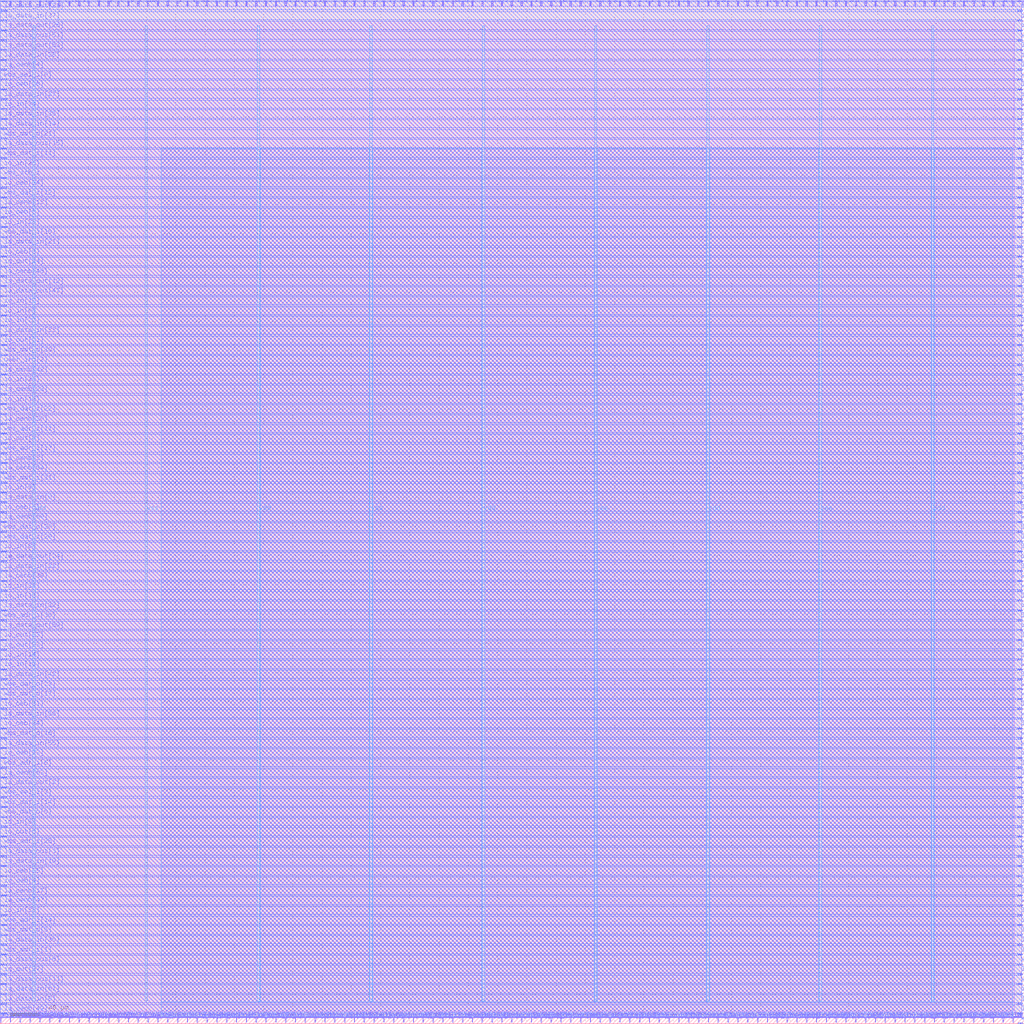
<source format=lef>
VERSION 5.7 ;
  NOWIREEXTENSIONATPIN ON ;
  DIVIDERCHAR "/" ;
  BUSBITCHARS "[]" ;
MACRO tiny_user_project
  CLASS BLOCK ;
  FOREIGN tiny_user_project ;
  ORIGIN 0.000 0.000 ;
  SIZE 700.000 BY 700.000 ;
  PIN io_in[0]
    DIRECTION INPUT ;
    USE SIGNAL ;
    PORT
      LAYER Metal3 ;
        RECT 1.000 483.840 4.000 484.400 ;
    END
  END io_in[0]
  PIN io_in[10]
    DIRECTION INPUT ;
    USE SIGNAL ;
    PORT
      LAYER Metal3 ;
        RECT 1.000 490.560 4.000 491.120 ;
    END
  END io_in[10]
  PIN io_in[11]
    DIRECTION INPUT ;
    USE SIGNAL ;
    PORT
      LAYER Metal3 ;
        RECT 1.000 241.920 4.000 242.480 ;
    END
  END io_in[11]
  PIN io_in[12]
    DIRECTION INPUT ;
    USE SIGNAL ;
    PORT
      LAYER Metal3 ;
        RECT 1.000 423.360 4.000 423.920 ;
    END
  END io_in[12]
  PIN io_in[13]
    DIRECTION INPUT ;
    USE SIGNAL ;
    PORT
      LAYER Metal3 ;
        RECT 1.000 288.960 4.000 289.520 ;
    END
  END io_in[13]
  PIN io_in[14]
    DIRECTION INPUT ;
    USE SIGNAL ;
    PORT
      LAYER Metal3 ;
        RECT 1.000 248.640 4.000 249.200 ;
    END
  END io_in[14]
  PIN io_in[15]
    DIRECTION INPUT ;
    USE SIGNAL ;
    PORT
      LAYER Metal2 ;
        RECT 369.600 696.000 370.160 699.000 ;
    END
  END io_in[15]
  PIN io_in[16]
    DIRECTION INPUT ;
    USE SIGNAL ;
    PORT
      LAYER Metal3 ;
        RECT 696.000 141.120 699.000 141.680 ;
    END
  END io_in[16]
  PIN io_in[17]
    DIRECTION INPUT ;
    USE SIGNAL ;
    PORT
      LAYER Metal3 ;
        RECT 696.000 658.560 699.000 659.120 ;
    END
  END io_in[17]
  PIN io_in[18]
    DIRECTION INPUT ;
    USE SIGNAL ;
    PORT
      LAYER Metal2 ;
        RECT 470.400 696.000 470.960 699.000 ;
    END
  END io_in[18]
  PIN io_in[19]
    DIRECTION INPUT ;
    USE SIGNAL ;
    PORT
      LAYER Metal2 ;
        RECT 685.440 1.000 686.000 4.000 ;
    END
  END io_in[19]
  PIN io_in[1]
    DIRECTION INPUT ;
    USE SIGNAL ;
    PORT
      LAYER Metal2 ;
        RECT 87.360 696.000 87.920 699.000 ;
    END
  END io_in[1]
  PIN io_in[20]
    DIRECTION INPUT ;
    USE SIGNAL ;
    PORT
      LAYER Metal2 ;
        RECT 557.760 696.000 558.320 699.000 ;
    END
  END io_in[20]
  PIN io_in[21]
    DIRECTION INPUT ;
    USE SIGNAL ;
    PORT
      LAYER Metal2 ;
        RECT 490.560 1.000 491.120 4.000 ;
    END
  END io_in[21]
  PIN io_in[22]
    DIRECTION INPUT ;
    USE SIGNAL ;
    PORT
      LAYER Metal2 ;
        RECT 698.880 696.000 699.440 699.000 ;
    END
  END io_in[22]
  PIN io_in[23]
    DIRECTION INPUT ;
    USE SIGNAL ;
    PORT
      LAYER Metal3 ;
        RECT 696.000 604.800 699.000 605.360 ;
    END
  END io_in[23]
  PIN io_in[24]
    DIRECTION INPUT ;
    USE SIGNAL ;
    PORT
      LAYER Metal2 ;
        RECT 577.920 1.000 578.480 4.000 ;
    END
  END io_in[24]
  PIN io_in[25]
    DIRECTION INPUT ;
    USE SIGNAL ;
    PORT
      LAYER Metal2 ;
        RECT 94.080 1.000 94.640 4.000 ;
    END
  END io_in[25]
  PIN io_in[26]
    DIRECTION INPUT ;
    USE SIGNAL ;
    PORT
      LAYER Metal3 ;
        RECT 1.000 584.640 4.000 585.200 ;
    END
  END io_in[26]
  PIN io_in[27]
    DIRECTION INPUT ;
    USE SIGNAL ;
    PORT
      LAYER Metal3 ;
        RECT 1.000 477.120 4.000 477.680 ;
    END
  END io_in[27]
  PIN io_in[28]
    DIRECTION INPUT ;
    USE SIGNAL ;
    PORT
      LAYER Metal3 ;
        RECT 1.000 544.320 4.000 544.880 ;
    END
  END io_in[28]
  PIN io_in[29]
    DIRECTION INPUT ;
    USE SIGNAL ;
    PORT
      LAYER Metal3 ;
        RECT 1.000 436.800 4.000 437.360 ;
    END
  END io_in[29]
  PIN io_in[2]
    DIRECTION INPUT ;
    USE SIGNAL ;
    PORT
      LAYER Metal3 ;
        RECT 696.000 692.160 699.000 692.720 ;
    END
  END io_in[2]
  PIN io_in[30]
    DIRECTION INPUT ;
    USE SIGNAL ;
    PORT
      LAYER Metal2 ;
        RECT 456.960 1.000 457.520 4.000 ;
    END
  END io_in[30]
  PIN io_in[31]
    DIRECTION INPUT ;
    USE SIGNAL ;
    PORT
      LAYER Metal3 ;
        RECT 1.000 295.680 4.000 296.240 ;
    END
  END io_in[31]
  PIN io_in[32]
    DIRECTION INPUT ;
    USE SIGNAL ;
    PORT
      LAYER Metal2 ;
        RECT 591.360 1.000 591.920 4.000 ;
    END
  END io_in[32]
  PIN io_in[33]
    DIRECTION INPUT ;
    USE SIGNAL ;
    PORT
      LAYER Metal3 ;
        RECT 1.000 73.920 4.000 74.480 ;
    END
  END io_in[33]
  PIN io_in[34]
    DIRECTION INPUT ;
    USE SIGNAL ;
    PORT
      LAYER Metal3 ;
        RECT 1.000 624.960 4.000 625.520 ;
    END
  END io_in[34]
  PIN io_in[35]
    DIRECTION INPUT ;
    USE SIGNAL ;
    PORT
      LAYER Metal2 ;
        RECT 624.960 696.000 625.520 699.000 ;
    END
  END io_in[35]
  PIN io_in[36]
    DIRECTION INPUT ;
    USE SIGNAL ;
    PORT
      LAYER Metal3 ;
        RECT 696.000 618.240 699.000 618.800 ;
    END
  END io_in[36]
  PIN io_in[37]
    DIRECTION INPUT ;
    USE SIGNAL ;
    PORT
      LAYER Metal3 ;
        RECT 696.000 530.880 699.000 531.440 ;
    END
  END io_in[37]
  PIN io_in[3]
    DIRECTION INPUT ;
    USE SIGNAL ;
    PORT
      LAYER Metal3 ;
        RECT 696.000 685.440 699.000 686.000 ;
    END
  END io_in[3]
  PIN io_in[4]
    DIRECTION INPUT ;
    USE SIGNAL ;
    PORT
      LAYER Metal3 ;
        RECT 696.000 315.840 699.000 316.400 ;
    END
  END io_in[4]
  PIN io_in[5]
    DIRECTION INPUT ;
    USE SIGNAL ;
    PORT
      LAYER Metal3 ;
        RECT 1.000 134.400 4.000 134.960 ;
    END
  END io_in[5]
  PIN io_in[6]
    DIRECTION INPUT ;
    USE SIGNAL ;
    PORT
      LAYER Metal3 ;
        RECT 696.000 134.400 699.000 134.960 ;
    END
  END io_in[6]
  PIN io_in[7]
    DIRECTION INPUT ;
    USE SIGNAL ;
    PORT
      LAYER Metal2 ;
        RECT 571.200 696.000 571.760 699.000 ;
    END
  END io_in[7]
  PIN io_in[8]
    DIRECTION INPUT ;
    USE SIGNAL ;
    PORT
      LAYER Metal3 ;
        RECT 1.000 322.560 4.000 323.120 ;
    END
  END io_in[8]
  PIN io_in[9]
    DIRECTION INPUT ;
    USE SIGNAL ;
    PORT
      LAYER Metal3 ;
        RECT 1.000 362.880 4.000 363.440 ;
    END
  END io_in[9]
  PIN io_oeb[0]
    DIRECTION OUTPUT TRISTATE ;
    USE SIGNAL ;
    PORT
      LAYER Metal3 ;
        RECT 696.000 490.560 699.000 491.120 ;
    END
  END io_oeb[0]
  PIN io_oeb[10]
    DIRECTION OUTPUT TRISTATE ;
    USE SIGNAL ;
    PORT
      LAYER Metal3 ;
        RECT 696.000 450.240 699.000 450.800 ;
    END
  END io_oeb[10]
  PIN io_oeb[11]
    DIRECTION OUTPUT TRISTATE ;
    USE SIGNAL ;
    PORT
      LAYER Metal2 ;
        RECT 26.880 696.000 27.440 699.000 ;
    END
  END io_oeb[11]
  PIN io_oeb[12]
    DIRECTION OUTPUT TRISTATE ;
    USE SIGNAL ;
    PORT
      LAYER Metal2 ;
        RECT 430.080 1.000 430.640 4.000 ;
    END
  END io_oeb[12]
  PIN io_oeb[13]
    DIRECTION OUTPUT TRISTATE ;
    USE SIGNAL ;
    PORT
      LAYER Metal3 ;
        RECT 1.000 181.440 4.000 182.000 ;
    END
  END io_oeb[13]
  PIN io_oeb[14]
    DIRECTION OUTPUT TRISTATE ;
    USE SIGNAL ;
    PORT
      LAYER Metal2 ;
        RECT 638.400 1.000 638.960 4.000 ;
    END
  END io_oeb[14]
  PIN io_oeb[15]
    DIRECTION OUTPUT TRISTATE ;
    USE SIGNAL ;
    PORT
      LAYER Metal2 ;
        RECT 443.520 696.000 444.080 699.000 ;
    END
  END io_oeb[15]
  PIN io_oeb[16]
    DIRECTION OUTPUT TRISTATE ;
    USE SIGNAL ;
    PORT
      LAYER Metal2 ;
        RECT 201.600 1.000 202.160 4.000 ;
    END
  END io_oeb[16]
  PIN io_oeb[17]
    DIRECTION OUTPUT TRISTATE ;
    USE SIGNAL ;
    PORT
      LAYER Metal2 ;
        RECT 67.200 1.000 67.760 4.000 ;
    END
  END io_oeb[17]
  PIN io_oeb[18]
    DIRECTION OUTPUT TRISTATE ;
    USE SIGNAL ;
    PORT
      LAYER Metal2 ;
        RECT 33.600 696.000 34.160 699.000 ;
    END
  END io_oeb[18]
  PIN io_oeb[19]
    DIRECTION OUTPUT TRISTATE ;
    USE SIGNAL ;
    PORT
      LAYER Metal2 ;
        RECT 248.640 696.000 249.200 699.000 ;
    END
  END io_oeb[19]
  PIN io_oeb[1]
    DIRECTION OUTPUT TRISTATE ;
    USE SIGNAL ;
    PORT
      LAYER Metal2 ;
        RECT 188.160 696.000 188.720 699.000 ;
    END
  END io_oeb[1]
  PIN io_oeb[20]
    DIRECTION OUTPUT TRISTATE ;
    USE SIGNAL ;
    PORT
      LAYER Metal2 ;
        RECT 403.200 696.000 403.760 699.000 ;
    END
  END io_oeb[20]
  PIN io_oeb[21]
    DIRECTION OUTPUT TRISTATE ;
    USE SIGNAL ;
    PORT
      LAYER Metal2 ;
        RECT 598.080 1.000 598.640 4.000 ;
    END
  END io_oeb[21]
  PIN io_oeb[22]
    DIRECTION OUTPUT TRISTATE ;
    USE SIGNAL ;
    PORT
      LAYER Metal3 ;
        RECT 696.000 181.440 699.000 182.000 ;
    END
  END io_oeb[22]
  PIN io_oeb[23]
    DIRECTION OUTPUT TRISTATE ;
    USE SIGNAL ;
    PORT
      LAYER Metal2 ;
        RECT 678.720 696.000 679.280 699.000 ;
    END
  END io_oeb[23]
  PIN io_oeb[24]
    DIRECTION OUTPUT TRISTATE ;
    USE SIGNAL ;
    PORT
      LAYER Metal3 ;
        RECT 1.000 201.600 4.000 202.160 ;
    END
  END io_oeb[24]
  PIN io_oeb[25]
    DIRECTION OUTPUT TRISTATE ;
    USE SIGNAL ;
    PORT
      LAYER Metal3 ;
        RECT 1.000 100.800 4.000 101.360 ;
    END
  END io_oeb[25]
  PIN io_oeb[26]
    DIRECTION OUTPUT TRISTATE ;
    USE SIGNAL ;
    PORT
      LAYER Metal3 ;
        RECT 1.000 638.400 4.000 638.960 ;
    END
  END io_oeb[26]
  PIN io_oeb[27]
    DIRECTION OUTPUT TRISTATE ;
    USE SIGNAL ;
    PORT
      LAYER Metal2 ;
        RECT 584.640 1.000 585.200 4.000 ;
    END
  END io_oeb[27]
  PIN io_oeb[28]
    DIRECTION OUTPUT TRISTATE ;
    USE SIGNAL ;
    PORT
      LAYER Metal2 ;
        RECT 13.440 696.000 14.000 699.000 ;
    END
  END io_oeb[28]
  PIN io_oeb[29]
    DIRECTION OUTPUT TRISTATE ;
    USE SIGNAL ;
    PORT
      LAYER Metal3 ;
        RECT 696.000 356.160 699.000 356.720 ;
    END
  END io_oeb[29]
  PIN io_oeb[2]
    DIRECTION OUTPUT TRISTATE ;
    USE SIGNAL ;
    PORT
      LAYER Metal3 ;
        RECT 696.000 268.800 699.000 269.360 ;
    END
  END io_oeb[2]
  PIN io_oeb[30]
    DIRECTION OUTPUT TRISTATE ;
    USE SIGNAL ;
    PORT
      LAYER Metal2 ;
        RECT 658.560 1.000 659.120 4.000 ;
    END
  END io_oeb[30]
  PIN io_oeb[31]
    DIRECTION OUTPUT TRISTATE ;
    USE SIGNAL ;
    PORT
      LAYER Metal3 ;
        RECT 1.000 215.040 4.000 215.600 ;
    END
  END io_oeb[31]
  PIN io_oeb[32]
    DIRECTION OUTPUT TRISTATE ;
    USE SIGNAL ;
    PORT
      LAYER Metal2 ;
        RECT 611.520 696.000 612.080 699.000 ;
    END
  END io_oeb[32]
  PIN io_oeb[33]
    DIRECTION OUTPUT TRISTATE ;
    USE SIGNAL ;
    PORT
      LAYER Metal3 ;
        RECT 696.000 114.240 699.000 114.800 ;
    END
  END io_oeb[33]
  PIN io_oeb[34]
    DIRECTION OUTPUT TRISTATE ;
    USE SIGNAL ;
    PORT
      LAYER Metal3 ;
        RECT 1.000 571.200 4.000 571.760 ;
    END
  END io_oeb[34]
  PIN io_oeb[35]
    DIRECTION OUTPUT TRISTATE ;
    USE SIGNAL ;
    PORT
      LAYER Metal3 ;
        RECT 696.000 631.680 699.000 632.240 ;
    END
  END io_oeb[35]
  PIN io_oeb[36]
    DIRECTION OUTPUT TRISTATE ;
    USE SIGNAL ;
    PORT
      LAYER Metal2 ;
        RECT 389.760 696.000 390.320 699.000 ;
    END
  END io_oeb[36]
  PIN io_oeb[37]
    DIRECTION OUTPUT TRISTATE ;
    USE SIGNAL ;
    PORT
      LAYER Metal3 ;
        RECT 696.000 282.240 699.000 282.800 ;
    END
  END io_oeb[37]
  PIN io_oeb[3]
    DIRECTION OUTPUT TRISTATE ;
    USE SIGNAL ;
    PORT
      LAYER Metal3 ;
        RECT 1.000 524.160 4.000 524.720 ;
    END
  END io_oeb[3]
  PIN io_oeb[4]
    DIRECTION OUTPUT TRISTATE ;
    USE SIGNAL ;
    PORT
      LAYER Metal3 ;
        RECT 1.000 94.080 4.000 94.640 ;
    END
  END io_oeb[4]
  PIN io_oeb[5]
    DIRECTION OUTPUT TRISTATE ;
    USE SIGNAL ;
    PORT
      LAYER Metal2 ;
        RECT 510.720 696.000 511.280 699.000 ;
    END
  END io_oeb[5]
  PIN io_oeb[6]
    DIRECTION OUTPUT TRISTATE ;
    USE SIGNAL ;
    PORT
      LAYER Metal3 ;
        RECT 1.000 551.040 4.000 551.600 ;
    END
  END io_oeb[6]
  PIN io_oeb[7]
    DIRECTION OUTPUT TRISTATE ;
    USE SIGNAL ;
    PORT
      LAYER Metal2 ;
        RECT 336.000 696.000 336.560 699.000 ;
    END
  END io_oeb[7]
  PIN io_oeb[8]
    DIRECTION OUTPUT TRISTATE ;
    USE SIGNAL ;
    PORT
      LAYER Metal3 ;
        RECT 1.000 349.440 4.000 350.000 ;
    END
  END io_oeb[8]
  PIN io_oeb[9]
    DIRECTION OUTPUT TRISTATE ;
    USE SIGNAL ;
    PORT
      LAYER Metal3 ;
        RECT 696.000 678.720 699.000 679.280 ;
    END
  END io_oeb[9]
  PIN io_out[0]
    DIRECTION OUTPUT TRISTATE ;
    USE SIGNAL ;
    PORT
      LAYER Metal2 ;
        RECT 114.240 696.000 114.800 699.000 ;
    END
  END io_out[0]
  PIN io_out[10]
    DIRECTION OUTPUT TRISTATE ;
    USE SIGNAL ;
    PORT
      LAYER Metal2 ;
        RECT 215.040 696.000 215.600 699.000 ;
    END
  END io_out[10]
  PIN io_out[11]
    DIRECTION OUTPUT TRISTATE ;
    USE SIGNAL ;
    PORT
      LAYER Metal2 ;
        RECT 450.240 1.000 450.800 4.000 ;
    END
  END io_out[11]
  PIN io_out[12]
    DIRECTION OUTPUT TRISTATE ;
    USE SIGNAL ;
    PORT
      LAYER Metal2 ;
        RECT 685.440 696.000 686.000 699.000 ;
    END
  END io_out[12]
  PIN io_out[13]
    DIRECTION OUTPUT TRISTATE ;
    USE SIGNAL ;
    PORT
      LAYER Metal3 ;
        RECT 1.000 698.880 4.000 699.440 ;
    END
  END io_out[13]
  PIN io_out[14]
    DIRECTION OUTPUT TRISTATE ;
    USE SIGNAL ;
    PORT
      LAYER Metal3 ;
        RECT 1.000 517.440 4.000 518.000 ;
    END
  END io_out[14]
  PIN io_out[15]
    DIRECTION OUTPUT TRISTATE ;
    USE SIGNAL ;
    PORT
      LAYER Metal2 ;
        RECT 282.240 1.000 282.800 4.000 ;
    END
  END io_out[15]
  PIN io_out[16]
    DIRECTION OUTPUT TRISTATE ;
    USE SIGNAL ;
    PORT
      LAYER Metal3 ;
        RECT 696.000 584.640 699.000 585.200 ;
    END
  END io_out[16]
  PIN io_out[17]
    DIRECTION OUTPUT TRISTATE ;
    USE SIGNAL ;
    PORT
      LAYER Metal2 ;
        RECT 80.640 1.000 81.200 4.000 ;
    END
  END io_out[17]
  PIN io_out[18]
    DIRECTION OUTPUT TRISTATE ;
    USE SIGNAL ;
    PORT
      LAYER Metal2 ;
        RECT 651.840 1.000 652.400 4.000 ;
    END
  END io_out[18]
  PIN io_out[19]
    DIRECTION OUTPUT TRISTATE ;
    USE SIGNAL ;
    PORT
      LAYER Metal2 ;
        RECT 154.560 696.000 155.120 699.000 ;
    END
  END io_out[19]
  PIN io_out[1]
    DIRECTION OUTPUT TRISTATE ;
    USE SIGNAL ;
    PORT
      LAYER Metal2 ;
        RECT 47.040 1.000 47.600 4.000 ;
    END
  END io_out[1]
  PIN io_out[20]
    DIRECTION OUTPUT TRISTATE ;
    USE SIGNAL ;
    PORT
      LAYER Metal3 ;
        RECT 696.000 67.200 699.000 67.760 ;
    END
  END io_out[20]
  PIN io_out[21]
    DIRECTION OUTPUT TRISTATE ;
    USE SIGNAL ;
    PORT
      LAYER Metal3 ;
        RECT 1.000 463.680 4.000 464.240 ;
    END
  END io_out[21]
  PIN io_out[22]
    DIRECTION OUTPUT TRISTATE ;
    USE SIGNAL ;
    PORT
      LAYER Metal3 ;
        RECT 696.000 154.560 699.000 155.120 ;
    END
  END io_out[22]
  PIN io_out[23]
    DIRECTION OUTPUT TRISTATE ;
    USE SIGNAL ;
    PORT
      LAYER Metal3 ;
        RECT 1.000 262.080 4.000 262.640 ;
    END
  END io_out[23]
  PIN io_out[24]
    DIRECTION OUTPUT TRISTATE ;
    USE SIGNAL ;
    PORT
      LAYER Metal2 ;
        RECT 611.520 1.000 612.080 4.000 ;
    END
  END io_out[24]
  PIN io_out[25]
    DIRECTION OUTPUT TRISTATE ;
    USE SIGNAL ;
    PORT
      LAYER Metal3 ;
        RECT 696.000 20.160 699.000 20.720 ;
    END
  END io_out[25]
  PIN io_out[26]
    DIRECTION OUTPUT TRISTATE ;
    USE SIGNAL ;
    PORT
      LAYER Metal2 ;
        RECT 295.680 1.000 296.240 4.000 ;
    END
  END io_out[26]
  PIN io_out[27]
    DIRECTION OUTPUT TRISTATE ;
    USE SIGNAL ;
    PORT
      LAYER Metal2 ;
        RECT 235.200 1.000 235.760 4.000 ;
    END
  END io_out[27]
  PIN io_out[28]
    DIRECTION OUTPUT TRISTATE ;
    USE SIGNAL ;
    PORT
      LAYER Metal2 ;
        RECT 490.560 696.000 491.120 699.000 ;
    END
  END io_out[28]
  PIN io_out[29]
    DIRECTION OUTPUT TRISTATE ;
    USE SIGNAL ;
    PORT
      LAYER Metal2 ;
        RECT 477.120 1.000 477.680 4.000 ;
    END
  END io_out[29]
  PIN io_out[2]
    DIRECTION OUTPUT TRISTATE ;
    USE SIGNAL ;
    PORT
      LAYER Metal3 ;
        RECT 696.000 248.640 699.000 249.200 ;
    END
  END io_out[2]
  PIN io_out[30]
    DIRECTION OUTPUT TRISTATE ;
    USE SIGNAL ;
    PORT
      LAYER Metal2 ;
        RECT 638.400 696.000 638.960 699.000 ;
    END
  END io_out[30]
  PIN io_out[31]
    DIRECTION OUTPUT TRISTATE ;
    USE SIGNAL ;
    PORT
      LAYER Metal2 ;
        RECT 248.640 1.000 249.200 4.000 ;
    END
  END io_out[31]
  PIN io_out[32]
    DIRECTION OUTPUT TRISTATE ;
    USE SIGNAL ;
    PORT
      LAYER Metal2 ;
        RECT 436.800 696.000 437.360 699.000 ;
    END
  END io_out[32]
  PIN io_out[33]
    DIRECTION OUTPUT TRISTATE ;
    USE SIGNAL ;
    PORT
      LAYER Metal3 ;
        RECT 1.000 255.360 4.000 255.920 ;
    END
  END io_out[33]
  PIN io_out[34]
    DIRECTION OUTPUT TRISTATE ;
    USE SIGNAL ;
    PORT
      LAYER Metal2 ;
        RECT 463.680 1.000 464.240 4.000 ;
    END
  END io_out[34]
  PIN io_out[35]
    DIRECTION OUTPUT TRISTATE ;
    USE SIGNAL ;
    PORT
      LAYER Metal2 ;
        RECT 416.640 1.000 417.200 4.000 ;
    END
  END io_out[35]
  PIN io_out[36]
    DIRECTION OUTPUT TRISTATE ;
    USE SIGNAL ;
    PORT
      LAYER Metal2 ;
        RECT 168.000 1.000 168.560 4.000 ;
    END
  END io_out[36]
  PIN io_out[37]
    DIRECTION OUTPUT TRISTATE ;
    USE SIGNAL ;
    PORT
      LAYER Metal3 ;
        RECT 1.000 33.600 4.000 34.160 ;
    END
  END io_out[37]
  PIN io_out[3]
    DIRECTION OUTPUT TRISTATE ;
    USE SIGNAL ;
    PORT
      LAYER Metal2 ;
        RECT 322.560 696.000 323.120 699.000 ;
    END
  END io_out[3]
  PIN io_out[4]
    DIRECTION OUTPUT TRISTATE ;
    USE SIGNAL ;
    PORT
      LAYER Metal2 ;
        RECT 322.560 1.000 323.120 4.000 ;
    END
  END io_out[4]
  PIN io_out[5]
    DIRECTION OUTPUT TRISTATE ;
    USE SIGNAL ;
    PORT
      LAYER Metal2 ;
        RECT 295.680 696.000 296.240 699.000 ;
    END
  END io_out[5]
  PIN io_out[6]
    DIRECTION OUTPUT TRISTATE ;
    USE SIGNAL ;
    PORT
      LAYER Metal3 ;
        RECT 1.000 127.680 4.000 128.240 ;
    END
  END io_out[6]
  PIN io_out[7]
    DIRECTION OUTPUT TRISTATE ;
    USE SIGNAL ;
    PORT
      LAYER Metal3 ;
        RECT 1.000 396.480 4.000 397.040 ;
    END
  END io_out[7]
  PIN io_out[8]
    DIRECTION OUTPUT TRISTATE ;
    USE SIGNAL ;
    PORT
      LAYER Metal2 ;
        RECT 510.720 1.000 511.280 4.000 ;
    END
  END io_out[8]
  PIN io_out[9]
    DIRECTION OUTPUT TRISTATE ;
    USE SIGNAL ;
    PORT
      LAYER Metal2 ;
        RECT 181.440 1.000 182.000 4.000 ;
    END
  END io_out[9]
  PIN la_data_in[0]
    DIRECTION INPUT ;
    USE SIGNAL ;
    PORT
      LAYER Metal3 ;
        RECT 1.000 356.160 4.000 356.720 ;
    END
  END la_data_in[0]
  PIN la_data_in[10]
    DIRECTION INPUT ;
    USE SIGNAL ;
    PORT
      LAYER Metal3 ;
        RECT 696.000 651.840 699.000 652.400 ;
    END
  END la_data_in[10]
  PIN la_data_in[11]
    DIRECTION INPUT ;
    USE SIGNAL ;
    PORT
      LAYER Metal3 ;
        RECT 696.000 309.120 699.000 309.680 ;
    END
  END la_data_in[11]
  PIN la_data_in[12]
    DIRECTION INPUT ;
    USE SIGNAL ;
    PORT
      LAYER Metal2 ;
        RECT 215.040 1.000 215.600 4.000 ;
    END
  END la_data_in[12]
  PIN la_data_in[13]
    DIRECTION INPUT ;
    USE SIGNAL ;
    PORT
      LAYER Metal2 ;
        RECT 282.240 696.000 282.800 699.000 ;
    END
  END la_data_in[13]
  PIN la_data_in[14]
    DIRECTION INPUT ;
    USE SIGNAL ;
    PORT
      LAYER Metal3 ;
        RECT 1.000 611.520 4.000 612.080 ;
    END
  END la_data_in[14]
  PIN la_data_in[15]
    DIRECTION INPUT ;
    USE SIGNAL ;
    PORT
      LAYER Metal3 ;
        RECT 696.000 504.000 699.000 504.560 ;
    END
  END la_data_in[15]
  PIN la_data_in[16]
    DIRECTION INPUT ;
    USE SIGNAL ;
    PORT
      LAYER Metal2 ;
        RECT 67.200 696.000 67.760 699.000 ;
    END
  END la_data_in[16]
  PIN la_data_in[17]
    DIRECTION INPUT ;
    USE SIGNAL ;
    PORT
      LAYER Metal3 ;
        RECT 696.000 107.520 699.000 108.080 ;
    END
  END la_data_in[17]
  PIN la_data_in[18]
    DIRECTION INPUT ;
    USE SIGNAL ;
    PORT
      LAYER Metal2 ;
        RECT 349.440 696.000 350.000 699.000 ;
    END
  END la_data_in[18]
  PIN la_data_in[19]
    DIRECTION INPUT ;
    USE SIGNAL ;
    PORT
      LAYER Metal3 ;
        RECT 1.000 107.520 4.000 108.080 ;
    END
  END la_data_in[19]
  PIN la_data_in[1]
    DIRECTION INPUT ;
    USE SIGNAL ;
    PORT
      LAYER Metal2 ;
        RECT 161.280 696.000 161.840 699.000 ;
    END
  END la_data_in[1]
  PIN la_data_in[20]
    DIRECTION INPUT ;
    USE SIGNAL ;
    PORT
      LAYER Metal3 ;
        RECT 696.000 147.840 699.000 148.400 ;
    END
  END la_data_in[20]
  PIN la_data_in[21]
    DIRECTION INPUT ;
    USE SIGNAL ;
    PORT
      LAYER Metal3 ;
        RECT 1.000 530.880 4.000 531.440 ;
    END
  END la_data_in[21]
  PIN la_data_in[22]
    DIRECTION INPUT ;
    USE SIGNAL ;
    PORT
      LAYER Metal3 ;
        RECT 1.000 309.120 4.000 309.680 ;
    END
  END la_data_in[22]
  PIN la_data_in[23]
    DIRECTION INPUT ;
    USE SIGNAL ;
    PORT
      LAYER Metal3 ;
        RECT 696.000 524.160 699.000 524.720 ;
    END
  END la_data_in[23]
  PIN la_data_in[24]
    DIRECTION INPUT ;
    USE SIGNAL ;
    PORT
      LAYER Metal2 ;
        RECT 356.160 696.000 356.720 699.000 ;
    END
  END la_data_in[24]
  PIN la_data_in[25]
    DIRECTION INPUT ;
    USE SIGNAL ;
    PORT
      LAYER Metal2 ;
        RECT 147.840 696.000 148.400 699.000 ;
    END
  END la_data_in[25]
  PIN la_data_in[26]
    DIRECTION INPUT ;
    USE SIGNAL ;
    PORT
      LAYER Metal2 ;
        RECT 430.080 696.000 430.640 699.000 ;
    END
  END la_data_in[26]
  PIN la_data_in[27]
    DIRECTION INPUT ;
    USE SIGNAL ;
    PORT
      LAYER Metal3 ;
        RECT 1.000 631.680 4.000 632.240 ;
    END
  END la_data_in[27]
  PIN la_data_in[28]
    DIRECTION INPUT ;
    USE SIGNAL ;
    PORT
      LAYER Metal3 ;
        RECT 1.000 658.560 4.000 659.120 ;
    END
  END la_data_in[28]
  PIN la_data_in[29]
    DIRECTION INPUT ;
    USE SIGNAL ;
    PORT
      LAYER Metal3 ;
        RECT 696.000 174.720 699.000 175.280 ;
    END
  END la_data_in[29]
  PIN la_data_in[2]
    DIRECTION INPUT ;
    USE SIGNAL ;
    PORT
      LAYER Metal2 ;
        RECT 309.120 696.000 309.680 699.000 ;
    END
  END la_data_in[2]
  PIN la_data_in[30]
    DIRECTION INPUT ;
    USE SIGNAL ;
    PORT
      LAYER Metal3 ;
        RECT 1.000 53.760 4.000 54.320 ;
    END
  END la_data_in[30]
  PIN la_data_in[31]
    DIRECTION INPUT ;
    USE SIGNAL ;
    PORT
      LAYER Metal2 ;
        RECT 591.360 696.000 591.920 699.000 ;
    END
  END la_data_in[31]
  PIN la_data_in[32]
    DIRECTION INPUT ;
    USE SIGNAL ;
    PORT
      LAYER Metal3 ;
        RECT 1.000 282.240 4.000 282.800 ;
    END
  END la_data_in[32]
  PIN la_data_in[33]
    DIRECTION INPUT ;
    USE SIGNAL ;
    PORT
      LAYER Metal3 ;
        RECT 1.000 470.400 4.000 470.960 ;
    END
  END la_data_in[33]
  PIN la_data_in[34]
    DIRECTION INPUT ;
    USE SIGNAL ;
    PORT
      LAYER Metal2 ;
        RECT 53.760 696.000 54.320 699.000 ;
    END
  END la_data_in[34]
  PIN la_data_in[35]
    DIRECTION INPUT ;
    USE SIGNAL ;
    PORT
      LAYER Metal3 ;
        RECT 1.000 618.240 4.000 618.800 ;
    END
  END la_data_in[35]
  PIN la_data_in[36]
    DIRECTION INPUT ;
    USE SIGNAL ;
    PORT
      LAYER Metal2 ;
        RECT 497.280 1.000 497.840 4.000 ;
    END
  END la_data_in[36]
  PIN la_data_in[37]
    DIRECTION INPUT ;
    USE SIGNAL ;
    PORT
      LAYER Metal3 ;
        RECT 1.000 685.440 4.000 686.000 ;
    END
  END la_data_in[37]
  PIN la_data_in[38]
    DIRECTION INPUT ;
    USE SIGNAL ;
    PORT
      LAYER Metal2 ;
        RECT 315.840 1.000 316.400 4.000 ;
    END
  END la_data_in[38]
  PIN la_data_in[39]
    DIRECTION INPUT ;
    USE SIGNAL ;
    PORT
      LAYER Metal2 ;
        RECT 383.040 696.000 383.600 699.000 ;
    END
  END la_data_in[39]
  PIN la_data_in[3]
    DIRECTION INPUT ;
    USE SIGNAL ;
    PORT
      LAYER Metal3 ;
        RECT 696.000 383.040 699.000 383.600 ;
    END
  END la_data_in[3]
  PIN la_data_in[40]
    DIRECTION INPUT ;
    USE SIGNAL ;
    PORT
      LAYER Metal2 ;
        RECT 241.920 1.000 242.480 4.000 ;
    END
  END la_data_in[40]
  PIN la_data_in[41]
    DIRECTION INPUT ;
    USE SIGNAL ;
    PORT
      LAYER Metal2 ;
        RECT 336.000 1.000 336.560 4.000 ;
    END
  END la_data_in[41]
  PIN la_data_in[42]
    DIRECTION INPUT ;
    USE SIGNAL ;
    PORT
      LAYER Metal3 ;
        RECT 1.000 235.200 4.000 235.760 ;
    END
  END la_data_in[42]
  PIN la_data_in[43]
    DIRECTION INPUT ;
    USE SIGNAL ;
    PORT
      LAYER Metal2 ;
        RECT 658.560 696.000 659.120 699.000 ;
    END
  END la_data_in[43]
  PIN la_data_in[44]
    DIRECTION INPUT ;
    USE SIGNAL ;
    PORT
      LAYER Metal3 ;
        RECT 696.000 6.720 699.000 7.280 ;
    END
  END la_data_in[44]
  PIN la_data_in[45]
    DIRECTION INPUT ;
    USE SIGNAL ;
    PORT
      LAYER Metal2 ;
        RECT 228.480 1.000 229.040 4.000 ;
    END
  END la_data_in[45]
  PIN la_data_in[46]
    DIRECTION INPUT ;
    USE SIGNAL ;
    PORT
      LAYER Metal3 ;
        RECT 696.000 510.720 699.000 511.280 ;
    END
  END la_data_in[46]
  PIN la_data_in[47]
    DIRECTION INPUT ;
    USE SIGNAL ;
    PORT
      LAYER Metal2 ;
        RECT 436.800 1.000 437.360 4.000 ;
    END
  END la_data_in[47]
  PIN la_data_in[48]
    DIRECTION INPUT ;
    USE SIGNAL ;
    PORT
      LAYER Metal2 ;
        RECT 329.280 696.000 329.840 699.000 ;
    END
  END la_data_in[48]
  PIN la_data_in[49]
    DIRECTION INPUT ;
    USE SIGNAL ;
    PORT
      LAYER Metal2 ;
        RECT 268.800 696.000 269.360 699.000 ;
    END
  END la_data_in[49]
  PIN la_data_in[4]
    DIRECTION INPUT ;
    USE SIGNAL ;
    PORT
      LAYER Metal2 ;
        RECT 60.480 696.000 61.040 699.000 ;
    END
  END la_data_in[4]
  PIN la_data_in[50]
    DIRECTION INPUT ;
    USE SIGNAL ;
    PORT
      LAYER Metal2 ;
        RECT 275.520 696.000 276.080 699.000 ;
    END
  END la_data_in[50]
  PIN la_data_in[51]
    DIRECTION INPUT ;
    USE SIGNAL ;
    PORT
      LAYER Metal2 ;
        RECT 329.280 1.000 329.840 4.000 ;
    END
  END la_data_in[51]
  PIN la_data_in[52]
    DIRECTION INPUT ;
    USE SIGNAL ;
    PORT
      LAYER Metal3 ;
        RECT 696.000 235.200 699.000 235.760 ;
    END
  END la_data_in[52]
  PIN la_data_in[53]
    DIRECTION INPUT ;
    USE SIGNAL ;
    PORT
      LAYER Metal2 ;
        RECT 544.320 696.000 544.880 699.000 ;
    END
  END la_data_in[53]
  PIN la_data_in[54]
    DIRECTION INPUT ;
    USE SIGNAL ;
    PORT
      LAYER Metal2 ;
        RECT 497.280 696.000 497.840 699.000 ;
    END
  END la_data_in[54]
  PIN la_data_in[55]
    DIRECTION INPUT ;
    USE SIGNAL ;
    PORT
      LAYER Metal3 ;
        RECT 1.000 188.160 4.000 188.720 ;
    END
  END la_data_in[55]
  PIN la_data_in[56]
    DIRECTION INPUT ;
    USE SIGNAL ;
    PORT
      LAYER Metal3 ;
        RECT 1.000 208.320 4.000 208.880 ;
    END
  END la_data_in[56]
  PIN la_data_in[57]
    DIRECTION INPUT ;
    USE SIGNAL ;
    PORT
      LAYER Metal2 ;
        RECT 20.160 696.000 20.720 699.000 ;
    END
  END la_data_in[57]
  PIN la_data_in[58]
    DIRECTION INPUT ;
    USE SIGNAL ;
    PORT
      LAYER Metal2 ;
        RECT 255.360 1.000 255.920 4.000 ;
    END
  END la_data_in[58]
  PIN la_data_in[59]
    DIRECTION INPUT ;
    USE SIGNAL ;
    PORT
      LAYER Metal3 ;
        RECT 696.000 638.400 699.000 638.960 ;
    END
  END la_data_in[59]
  PIN la_data_in[5]
    DIRECTION INPUT ;
    USE SIGNAL ;
    PORT
      LAYER Metal2 ;
        RECT 120.960 1.000 121.520 4.000 ;
    END
  END la_data_in[5]
  PIN la_data_in[60]
    DIRECTION INPUT ;
    USE SIGNAL ;
    PORT
      LAYER Metal3 ;
        RECT 696.000 463.680 699.000 464.240 ;
    END
  END la_data_in[60]
  PIN la_data_in[61]
    DIRECTION INPUT ;
    USE SIGNAL ;
    PORT
      LAYER Metal3 ;
        RECT 1.000 20.160 4.000 20.720 ;
    END
  END la_data_in[61]
  PIN la_data_in[62]
    DIRECTION INPUT ;
    USE SIGNAL ;
    PORT
      LAYER Metal2 ;
        RECT 409.920 1.000 410.480 4.000 ;
    END
  END la_data_in[62]
  PIN la_data_in[63]
    DIRECTION INPUT ;
    USE SIGNAL ;
    PORT
      LAYER Metal2 ;
        RECT 181.440 696.000 182.000 699.000 ;
    END
  END la_data_in[63]
  PIN la_data_in[6]
    DIRECTION INPUT ;
    USE SIGNAL ;
    PORT
      LAYER Metal2 ;
        RECT 141.120 1.000 141.680 4.000 ;
    END
  END la_data_in[6]
  PIN la_data_in[7]
    DIRECTION INPUT ;
    USE SIGNAL ;
    PORT
      LAYER Metal3 ;
        RECT 696.000 255.360 699.000 255.920 ;
    END
  END la_data_in[7]
  PIN la_data_in[8]
    DIRECTION INPUT ;
    USE SIGNAL ;
    PORT
      LAYER Metal3 ;
        RECT 1.000 13.440 4.000 14.000 ;
    END
  END la_data_in[8]
  PIN la_data_in[9]
    DIRECTION INPUT ;
    USE SIGNAL ;
    PORT
      LAYER Metal2 ;
        RECT 631.680 696.000 632.240 699.000 ;
    END
  END la_data_in[9]
  PIN la_data_out[0]
    DIRECTION OUTPUT TRISTATE ;
    USE SIGNAL ;
    PORT
      LAYER Metal2 ;
        RECT 604.800 696.000 605.360 699.000 ;
    END
  END la_data_out[0]
  PIN la_data_out[10]
    DIRECTION OUTPUT TRISTATE ;
    USE SIGNAL ;
    PORT
      LAYER Metal3 ;
        RECT 696.000 376.320 699.000 376.880 ;
    END
  END la_data_out[10]
  PIN la_data_out[11]
    DIRECTION OUTPUT TRISTATE ;
    USE SIGNAL ;
    PORT
      LAYER Metal3 ;
        RECT 1.000 26.880 4.000 27.440 ;
    END
  END la_data_out[11]
  PIN la_data_out[12]
    DIRECTION OUTPUT TRISTATE ;
    USE SIGNAL ;
    PORT
      LAYER Metal3 ;
        RECT 1.000 504.000 4.000 504.560 ;
    END
  END la_data_out[12]
  PIN la_data_out[13]
    DIRECTION OUTPUT TRISTATE ;
    USE SIGNAL ;
    PORT
      LAYER Metal2 ;
        RECT 262.080 1.000 262.640 4.000 ;
    END
  END la_data_out[13]
  PIN la_data_out[14]
    DIRECTION OUTPUT TRISTATE ;
    USE SIGNAL ;
    PORT
      LAYER Metal3 ;
        RECT 696.000 288.960 699.000 289.520 ;
    END
  END la_data_out[14]
  PIN la_data_out[15]
    DIRECTION OUTPUT TRISTATE ;
    USE SIGNAL ;
    PORT
      LAYER Metal3 ;
        RECT 1.000 598.080 4.000 598.640 ;
    END
  END la_data_out[15]
  PIN la_data_out[16]
    DIRECTION OUTPUT TRISTATE ;
    USE SIGNAL ;
    PORT
      LAYER Metal3 ;
        RECT 696.000 389.760 699.000 390.320 ;
    END
  END la_data_out[16]
  PIN la_data_out[17]
    DIRECTION OUTPUT TRISTATE ;
    USE SIGNAL ;
    PORT
      LAYER Metal2 ;
        RECT 342.720 696.000 343.280 699.000 ;
    END
  END la_data_out[17]
  PIN la_data_out[18]
    DIRECTION OUTPUT TRISTATE ;
    USE SIGNAL ;
    PORT
      LAYER Metal3 ;
        RECT 696.000 577.920 699.000 578.480 ;
    END
  END la_data_out[18]
  PIN la_data_out[19]
    DIRECTION OUTPUT TRISTATE ;
    USE SIGNAL ;
    PORT
      LAYER Metal2 ;
        RECT 369.600 1.000 370.160 4.000 ;
    END
  END la_data_out[19]
  PIN la_data_out[1]
    DIRECTION OUTPUT TRISTATE ;
    USE SIGNAL ;
    PORT
      LAYER Metal3 ;
        RECT 696.000 329.280 699.000 329.840 ;
    END
  END la_data_out[1]
  PIN la_data_out[20]
    DIRECTION OUTPUT TRISTATE ;
    USE SIGNAL ;
    PORT
      LAYER Metal3 ;
        RECT 696.000 100.800 699.000 101.360 ;
    END
  END la_data_out[20]
  PIN la_data_out[21]
    DIRECTION OUTPUT TRISTATE ;
    USE SIGNAL ;
    PORT
      LAYER Metal3 ;
        RECT 1.000 692.160 4.000 692.720 ;
    END
  END la_data_out[21]
  PIN la_data_out[22]
    DIRECTION OUTPUT TRISTATE ;
    USE SIGNAL ;
    PORT
      LAYER Metal3 ;
        RECT 696.000 436.800 699.000 437.360 ;
    END
  END la_data_out[22]
  PIN la_data_out[23]
    DIRECTION OUTPUT TRISTATE ;
    USE SIGNAL ;
    PORT
      LAYER Metal2 ;
        RECT 208.320 1.000 208.880 4.000 ;
    END
  END la_data_out[23]
  PIN la_data_out[24]
    DIRECTION OUTPUT TRISTATE ;
    USE SIGNAL ;
    PORT
      LAYER Metal3 ;
        RECT 1.000 315.840 4.000 316.400 ;
    END
  END la_data_out[24]
  PIN la_data_out[25]
    DIRECTION OUTPUT TRISTATE ;
    USE SIGNAL ;
    PORT
      LAYER Metal2 ;
        RECT 376.320 1.000 376.880 4.000 ;
    END
  END la_data_out[25]
  PIN la_data_out[26]
    DIRECTION OUTPUT TRISTATE ;
    USE SIGNAL ;
    PORT
      LAYER Metal3 ;
        RECT 1.000 678.720 4.000 679.280 ;
    END
  END la_data_out[26]
  PIN la_data_out[27]
    DIRECTION OUTPUT TRISTATE ;
    USE SIGNAL ;
    PORT
      LAYER Metal2 ;
        RECT 423.360 696.000 423.920 699.000 ;
    END
  END la_data_out[27]
  PIN la_data_out[28]
    DIRECTION OUTPUT TRISTATE ;
    USE SIGNAL ;
    PORT
      LAYER Metal3 ;
        RECT 696.000 557.760 699.000 558.320 ;
    END
  END la_data_out[28]
  PIN la_data_out[29]
    DIRECTION OUTPUT TRISTATE ;
    USE SIGNAL ;
    PORT
      LAYER Metal2 ;
        RECT 302.400 1.000 302.960 4.000 ;
    END
  END la_data_out[29]
  PIN la_data_out[2]
    DIRECTION OUTPUT TRISTATE ;
    USE SIGNAL ;
    PORT
      LAYER Metal3 ;
        RECT 1.000 161.280 4.000 161.840 ;
    END
  END la_data_out[2]
  PIN la_data_out[30]
    DIRECTION OUTPUT TRISTATE ;
    USE SIGNAL ;
    PORT
      LAYER Metal3 ;
        RECT 696.000 322.560 699.000 323.120 ;
    END
  END la_data_out[30]
  PIN la_data_out[31]
    DIRECTION OUTPUT TRISTATE ;
    USE SIGNAL ;
    PORT
      LAYER Metal3 ;
        RECT 696.000 33.600 699.000 34.160 ;
    END
  END la_data_out[31]
  PIN la_data_out[32]
    DIRECTION OUTPUT TRISTATE ;
    USE SIGNAL ;
    PORT
      LAYER Metal2 ;
        RECT 409.920 696.000 410.480 699.000 ;
    END
  END la_data_out[32]
  PIN la_data_out[33]
    DIRECTION OUTPUT TRISTATE ;
    USE SIGNAL ;
    PORT
      LAYER Metal3 ;
        RECT 696.000 127.680 699.000 128.240 ;
    END
  END la_data_out[33]
  PIN la_data_out[34]
    DIRECTION OUTPUT TRISTATE ;
    USE SIGNAL ;
    PORT
      LAYER Metal2 ;
        RECT 342.720 1.000 343.280 4.000 ;
    END
  END la_data_out[34]
  PIN la_data_out[35]
    DIRECTION OUTPUT TRISTATE ;
    USE SIGNAL ;
    PORT
      LAYER Metal2 ;
        RECT 376.320 696.000 376.880 699.000 ;
    END
  END la_data_out[35]
  PIN la_data_out[36]
    DIRECTION OUTPUT TRISTATE ;
    USE SIGNAL ;
    PORT
      LAYER Metal3 ;
        RECT 696.000 564.480 699.000 565.040 ;
    END
  END la_data_out[36]
  PIN la_data_out[37]
    DIRECTION OUTPUT TRISTATE ;
    USE SIGNAL ;
    PORT
      LAYER Metal3 ;
        RECT 696.000 275.520 699.000 276.080 ;
    END
  END la_data_out[37]
  PIN la_data_out[38]
    DIRECTION OUTPUT TRISTATE ;
    USE SIGNAL ;
    PORT
      LAYER Metal3 ;
        RECT 696.000 13.440 699.000 14.000 ;
    END
  END la_data_out[38]
  PIN la_data_out[39]
    DIRECTION OUTPUT TRISTATE ;
    USE SIGNAL ;
    PORT
      LAYER Metal3 ;
        RECT 696.000 94.080 699.000 94.640 ;
    END
  END la_data_out[39]
  PIN la_data_out[3]
    DIRECTION OUTPUT TRISTATE ;
    USE SIGNAL ;
    PORT
      LAYER Metal3 ;
        RECT 1.000 114.240 4.000 114.800 ;
    END
  END la_data_out[3]
  PIN la_data_out[40]
    DIRECTION OUTPUT TRISTATE ;
    USE SIGNAL ;
    PORT
      LAYER Metal2 ;
        RECT 678.720 1.000 679.280 4.000 ;
    END
  END la_data_out[40]
  PIN la_data_out[41]
    DIRECTION OUTPUT TRISTATE ;
    USE SIGNAL ;
    PORT
      LAYER Metal3 ;
        RECT 696.000 215.040 699.000 215.600 ;
    END
  END la_data_out[41]
  PIN la_data_out[42]
    DIRECTION OUTPUT TRISTATE ;
    USE SIGNAL ;
    PORT
      LAYER Metal3 ;
        RECT 696.000 591.360 699.000 591.920 ;
    END
  END la_data_out[42]
  PIN la_data_out[43]
    DIRECTION OUTPUT TRISTATE ;
    USE SIGNAL ;
    PORT
      LAYER Metal2 ;
        RECT 40.320 1.000 40.880 4.000 ;
    END
  END la_data_out[43]
  PIN la_data_out[44]
    DIRECTION OUTPUT TRISTATE ;
    USE SIGNAL ;
    PORT
      LAYER Metal2 ;
        RECT 288.960 1.000 289.520 4.000 ;
    END
  END la_data_out[44]
  PIN la_data_out[45]
    DIRECTION OUTPUT TRISTATE ;
    USE SIGNAL ;
    PORT
      LAYER Metal2 ;
        RECT 107.520 696.000 108.080 699.000 ;
    END
  END la_data_out[45]
  PIN la_data_out[46]
    DIRECTION OUTPUT TRISTATE ;
    USE SIGNAL ;
    PORT
      LAYER Metal2 ;
        RECT 100.800 696.000 101.360 699.000 ;
    END
  END la_data_out[46]
  PIN la_data_out[47]
    DIRECTION OUTPUT TRISTATE ;
    USE SIGNAL ;
    PORT
      LAYER Metal3 ;
        RECT 1.000 497.280 4.000 497.840 ;
    END
  END la_data_out[47]
  PIN la_data_out[48]
    DIRECTION OUTPUT TRISTATE ;
    USE SIGNAL ;
    PORT
      LAYER Metal2 ;
        RECT 161.280 1.000 161.840 4.000 ;
    END
  END la_data_out[48]
  PIN la_data_out[49]
    DIRECTION OUTPUT TRISTATE ;
    USE SIGNAL ;
    PORT
      LAYER Metal2 ;
        RECT 631.680 1.000 632.240 4.000 ;
    END
  END la_data_out[49]
  PIN la_data_out[4]
    DIRECTION OUTPUT TRISTATE ;
    USE SIGNAL ;
    PORT
      LAYER Metal2 ;
        RECT 396.480 696.000 397.040 699.000 ;
    END
  END la_data_out[4]
  PIN la_data_out[50]
    DIRECTION OUTPUT TRISTATE ;
    USE SIGNAL ;
    PORT
      LAYER Metal2 ;
        RECT 241.920 696.000 242.480 699.000 ;
    END
  END la_data_out[50]
  PIN la_data_out[51]
    DIRECTION OUTPUT TRISTATE ;
    USE SIGNAL ;
    PORT
      LAYER Metal3 ;
        RECT 1.000 672.000 4.000 672.560 ;
    END
  END la_data_out[51]
  PIN la_data_out[52]
    DIRECTION OUTPUT TRISTATE ;
    USE SIGNAL ;
    PORT
      LAYER Metal3 ;
        RECT 696.000 47.040 699.000 47.600 ;
    END
  END la_data_out[52]
  PIN la_data_out[53]
    DIRECTION OUTPUT TRISTATE ;
    USE SIGNAL ;
    PORT
      LAYER Metal3 ;
        RECT 1.000 665.280 4.000 665.840 ;
    END
  END la_data_out[53]
  PIN la_data_out[54]
    DIRECTION OUTPUT TRISTATE ;
    USE SIGNAL ;
    PORT
      LAYER Metal3 ;
        RECT 696.000 477.120 699.000 477.680 ;
    END
  END la_data_out[54]
  PIN la_data_out[55]
    DIRECTION OUTPUT TRISTATE ;
    USE SIGNAL ;
    PORT
      LAYER Metal2 ;
        RECT 262.080 696.000 262.640 699.000 ;
    END
  END la_data_out[55]
  PIN la_data_out[56]
    DIRECTION OUTPUT TRISTATE ;
    USE SIGNAL ;
    PORT
      LAYER Metal3 ;
        RECT 696.000 168.000 699.000 168.560 ;
    END
  END la_data_out[56]
  PIN la_data_out[57]
    DIRECTION OUTPUT TRISTATE ;
    USE SIGNAL ;
    PORT
      LAYER Metal2 ;
        RECT 530.880 696.000 531.440 699.000 ;
    END
  END la_data_out[57]
  PIN la_data_out[58]
    DIRECTION OUTPUT TRISTATE ;
    USE SIGNAL ;
    PORT
      LAYER Metal3 ;
        RECT 696.000 483.840 699.000 484.400 ;
    END
  END la_data_out[58]
  PIN la_data_out[59]
    DIRECTION OUTPUT TRISTATE ;
    USE SIGNAL ;
    PORT
      LAYER Metal3 ;
        RECT 1.000 268.800 4.000 269.360 ;
    END
  END la_data_out[59]
  PIN la_data_out[5]
    DIRECTION OUTPUT TRISTATE ;
    USE SIGNAL ;
    PORT
      LAYER Metal3 ;
        RECT 696.000 416.640 699.000 417.200 ;
    END
  END la_data_out[5]
  PIN la_data_out[60]
    DIRECTION OUTPUT TRISTATE ;
    USE SIGNAL ;
    PORT
      LAYER Metal2 ;
        RECT 564.480 696.000 565.040 699.000 ;
    END
  END la_data_out[60]
  PIN la_data_out[61]
    DIRECTION OUTPUT TRISTATE ;
    USE SIGNAL ;
    PORT
      LAYER Metal2 ;
        RECT 188.160 1.000 188.720 4.000 ;
    END
  END la_data_out[61]
  PIN la_data_out[62]
    DIRECTION OUTPUT TRISTATE ;
    USE SIGNAL ;
    PORT
      LAYER Metal2 ;
        RECT 604.800 1.000 605.360 4.000 ;
    END
  END la_data_out[62]
  PIN la_data_out[63]
    DIRECTION OUTPUT TRISTATE ;
    USE SIGNAL ;
    PORT
      LAYER Metal3 ;
        RECT 696.000 53.760 699.000 54.320 ;
    END
  END la_data_out[63]
  PIN la_data_out[6]
    DIRECTION OUTPUT TRISTATE ;
    USE SIGNAL ;
    PORT
      LAYER Metal3 ;
        RECT 696.000 201.600 699.000 202.160 ;
    END
  END la_data_out[6]
  PIN la_data_out[7]
    DIRECTION OUTPUT TRISTATE ;
    USE SIGNAL ;
    PORT
      LAYER Metal2 ;
        RECT 672.000 696.000 672.560 699.000 ;
    END
  END la_data_out[7]
  PIN la_data_out[8]
    DIRECTION OUTPUT TRISTATE ;
    USE SIGNAL ;
    PORT
      LAYER Metal3 ;
        RECT 1.000 40.320 4.000 40.880 ;
    END
  END la_data_out[8]
  PIN la_data_out[9]
    DIRECTION OUTPUT TRISTATE ;
    USE SIGNAL ;
    PORT
      LAYER Metal3 ;
        RECT 696.000 336.000 699.000 336.560 ;
    END
  END la_data_out[9]
  PIN la_oenb[0]
    DIRECTION INPUT ;
    USE SIGNAL ;
    PORT
      LAYER Metal3 ;
        RECT 696.000 262.080 699.000 262.640 ;
    END
  END la_oenb[0]
  PIN la_oenb[10]
    DIRECTION INPUT ;
    USE SIGNAL ;
    PORT
      LAYER Metal3 ;
        RECT 696.000 497.280 699.000 497.840 ;
    END
  END la_oenb[10]
  PIN la_oenb[11]
    DIRECTION INPUT ;
    USE SIGNAL ;
    PORT
      LAYER Metal3 ;
        RECT 696.000 396.480 699.000 397.040 ;
    END
  END la_oenb[11]
  PIN la_oenb[12]
    DIRECTION INPUT ;
    USE SIGNAL ;
    PORT
      LAYER Metal2 ;
        RECT 6.720 696.000 7.280 699.000 ;
    END
  END la_oenb[12]
  PIN la_oenb[13]
    DIRECTION INPUT ;
    USE SIGNAL ;
    PORT
      LAYER Metal3 ;
        RECT 1.000 557.760 4.000 558.320 ;
    END
  END la_oenb[13]
  PIN la_oenb[14]
    DIRECTION INPUT ;
    USE SIGNAL ;
    PORT
      LAYER Metal2 ;
        RECT 517.440 1.000 518.000 4.000 ;
    END
  END la_oenb[14]
  PIN la_oenb[15]
    DIRECTION INPUT ;
    USE SIGNAL ;
    PORT
      LAYER Metal2 ;
        RECT 618.240 1.000 618.800 4.000 ;
    END
  END la_oenb[15]
  PIN la_oenb[16]
    DIRECTION INPUT ;
    USE SIGNAL ;
    PORT
      LAYER Metal2 ;
        RECT 100.800 1.000 101.360 4.000 ;
    END
  END la_oenb[16]
  PIN la_oenb[17]
    DIRECTION INPUT ;
    USE SIGNAL ;
    PORT
      LAYER Metal3 ;
        RECT 1.000 87.360 4.000 87.920 ;
    END
  END la_oenb[17]
  PIN la_oenb[18]
    DIRECTION INPUT ;
    USE SIGNAL ;
    PORT
      LAYER Metal2 ;
        RECT 47.040 696.000 47.600 699.000 ;
    END
  END la_oenb[18]
  PIN la_oenb[19]
    DIRECTION INPUT ;
    USE SIGNAL ;
    PORT
      LAYER Metal3 ;
        RECT 696.000 60.480 699.000 61.040 ;
    END
  END la_oenb[19]
  PIN la_oenb[1]
    DIRECTION INPUT ;
    USE SIGNAL ;
    PORT
      LAYER Metal2 ;
        RECT 134.400 696.000 134.960 699.000 ;
    END
  END la_oenb[1]
  PIN la_oenb[20]
    DIRECTION INPUT ;
    USE SIGNAL ;
    PORT
      LAYER Metal3 ;
        RECT 1.000 409.920 4.000 410.480 ;
    END
  END la_oenb[20]
  PIN la_oenb[21]
    DIRECTION INPUT ;
    USE SIGNAL ;
    PORT
      LAYER Metal2 ;
        RECT 288.960 696.000 289.520 699.000 ;
    END
  END la_oenb[21]
  PIN la_oenb[22]
    DIRECTION INPUT ;
    USE SIGNAL ;
    PORT
      LAYER Metal2 ;
        RECT 517.440 696.000 518.000 699.000 ;
    END
  END la_oenb[22]
  PIN la_oenb[23]
    DIRECTION INPUT ;
    USE SIGNAL ;
    PORT
      LAYER Metal2 ;
        RECT 194.880 1.000 195.440 4.000 ;
    END
  END la_oenb[23]
  PIN la_oenb[24]
    DIRECTION INPUT ;
    USE SIGNAL ;
    PORT
      LAYER Metal3 ;
        RECT 696.000 430.080 699.000 430.640 ;
    END
  END la_oenb[24]
  PIN la_oenb[25]
    DIRECTION INPUT ;
    USE SIGNAL ;
    PORT
      LAYER Metal2 ;
        RECT 624.960 1.000 625.520 4.000 ;
    END
  END la_oenb[25]
  PIN la_oenb[26]
    DIRECTION INPUT ;
    USE SIGNAL ;
    PORT
      LAYER Metal2 ;
        RECT 141.120 696.000 141.680 699.000 ;
    END
  END la_oenb[26]
  PIN la_oenb[27]
    DIRECTION INPUT ;
    USE SIGNAL ;
    PORT
      LAYER Metal2 ;
        RECT 127.680 1.000 128.240 4.000 ;
    END
  END la_oenb[27]
  PIN la_oenb[28]
    DIRECTION INPUT ;
    USE SIGNAL ;
    PORT
      LAYER Metal3 ;
        RECT 1.000 430.080 4.000 430.640 ;
    END
  END la_oenb[28]
  PIN la_oenb[29]
    DIRECTION INPUT ;
    USE SIGNAL ;
    PORT
      LAYER Metal3 ;
        RECT 696.000 665.280 699.000 665.840 ;
    END
  END la_oenb[29]
  PIN la_oenb[2]
    DIRECTION INPUT ;
    USE SIGNAL ;
    PORT
      LAYER Metal2 ;
        RECT 692.160 696.000 692.720 699.000 ;
    END
  END la_oenb[2]
  PIN la_oenb[30]
    DIRECTION INPUT ;
    USE SIGNAL ;
    PORT
      LAYER Metal3 ;
        RECT 696.000 598.080 699.000 598.640 ;
    END
  END la_oenb[30]
  PIN la_oenb[31]
    DIRECTION INPUT ;
    USE SIGNAL ;
    PORT
      LAYER Metal2 ;
        RECT 302.400 696.000 302.960 699.000 ;
    END
  END la_oenb[31]
  PIN la_oenb[32]
    DIRECTION INPUT ;
    USE SIGNAL ;
    PORT
      LAYER Metal3 ;
        RECT 696.000 571.200 699.000 571.760 ;
    END
  END la_oenb[32]
  PIN la_oenb[33]
    DIRECTION INPUT ;
    USE SIGNAL ;
    PORT
      LAYER Metal2 ;
        RECT 356.160 1.000 356.720 4.000 ;
    END
  END la_oenb[33]
  PIN la_oenb[34]
    DIRECTION INPUT ;
    USE SIGNAL ;
    PORT
      LAYER Metal2 ;
        RECT 120.960 696.000 121.520 699.000 ;
    END
  END la_oenb[34]
  PIN la_oenb[35]
    DIRECTION INPUT ;
    USE SIGNAL ;
    PORT
      LAYER Metal2 ;
        RECT 20.160 1.000 20.720 4.000 ;
    END
  END la_oenb[35]
  PIN la_oenb[36]
    DIRECTION INPUT ;
    USE SIGNAL ;
    PORT
      LAYER Metal2 ;
        RECT 6.720 1.000 7.280 4.000 ;
    END
  END la_oenb[36]
  PIN la_oenb[37]
    DIRECTION INPUT ;
    USE SIGNAL ;
    PORT
      LAYER Metal2 ;
        RECT 94.080 696.000 94.640 699.000 ;
    END
  END la_oenb[37]
  PIN la_oenb[38]
    DIRECTION INPUT ;
    USE SIGNAL ;
    PORT
      LAYER Metal2 ;
        RECT 362.880 1.000 363.440 4.000 ;
    END
  END la_oenb[38]
  PIN la_oenb[39]
    DIRECTION INPUT ;
    USE SIGNAL ;
    PORT
      LAYER Metal3 ;
        RECT 1.000 302.400 4.000 302.960 ;
    END
  END la_oenb[39]
  PIN la_oenb[3]
    DIRECTION INPUT ;
    USE SIGNAL ;
    PORT
      LAYER Metal3 ;
        RECT 1.000 383.040 4.000 383.600 ;
    END
  END la_oenb[3]
  PIN la_oenb[40]
    DIRECTION INPUT ;
    USE SIGNAL ;
    PORT
      LAYER Metal3 ;
        RECT 696.000 87.360 699.000 87.920 ;
    END
  END la_oenb[40]
  PIN la_oenb[41]
    DIRECTION INPUT ;
    USE SIGNAL ;
    PORT
      LAYER Metal2 ;
        RECT 255.360 696.000 255.920 699.000 ;
    END
  END la_oenb[41]
  PIN la_oenb[42]
    DIRECTION INPUT ;
    USE SIGNAL ;
    PORT
      LAYER Metal3 ;
        RECT 1.000 443.520 4.000 444.080 ;
    END
  END la_oenb[42]
  PIN la_oenb[43]
    DIRECTION INPUT ;
    USE SIGNAL ;
    PORT
      LAYER Metal2 ;
        RECT 134.400 1.000 134.960 4.000 ;
    END
  END la_oenb[43]
  PIN la_oenb[44]
    DIRECTION INPUT ;
    USE SIGNAL ;
    PORT
      LAYER Metal2 ;
        RECT 309.120 1.000 309.680 4.000 ;
    END
  END la_oenb[44]
  PIN la_oenb[45]
    DIRECTION INPUT ;
    USE SIGNAL ;
    PORT
      LAYER Metal2 ;
        RECT 577.920 696.000 578.480 699.000 ;
    END
  END la_oenb[45]
  PIN la_oenb[46]
    DIRECTION INPUT ;
    USE SIGNAL ;
    PORT
      LAYER Metal2 ;
        RECT 557.760 1.000 558.320 4.000 ;
    END
  END la_oenb[46]
  PIN la_oenb[47]
    DIRECTION INPUT ;
    USE SIGNAL ;
    PORT
      LAYER Metal3 ;
        RECT 1.000 80.640 4.000 81.200 ;
    END
  END la_oenb[47]
  PIN la_oenb[48]
    DIRECTION INPUT ;
    USE SIGNAL ;
    PORT
      LAYER Metal3 ;
        RECT 1.000 510.720 4.000 511.280 ;
    END
  END la_oenb[48]
  PIN la_oenb[49]
    DIRECTION INPUT ;
    USE SIGNAL ;
    PORT
      LAYER Metal3 ;
        RECT 1.000 6.720 4.000 7.280 ;
    END
  END la_oenb[49]
  PIN la_oenb[4]
    DIRECTION INPUT ;
    USE SIGNAL ;
    PORT
      LAYER Metal3 ;
        RECT 1.000 651.840 4.000 652.400 ;
    END
  END la_oenb[4]
  PIN la_oenb[50]
    DIRECTION INPUT ;
    USE SIGNAL ;
    PORT
      LAYER Metal2 ;
        RECT 537.600 1.000 538.160 4.000 ;
    END
  END la_oenb[50]
  PIN la_oenb[51]
    DIRECTION INPUT ;
    USE SIGNAL ;
    PORT
      LAYER Metal2 ;
        RECT 228.480 696.000 229.040 699.000 ;
    END
  END la_oenb[51]
  PIN la_oenb[52]
    DIRECTION INPUT ;
    USE SIGNAL ;
    PORT
      LAYER Metal2 ;
        RECT 692.160 1.000 692.720 4.000 ;
    END
  END la_oenb[52]
  PIN la_oenb[53]
    DIRECTION INPUT ;
    USE SIGNAL ;
    PORT
      LAYER Metal3 ;
        RECT 696.000 443.520 699.000 444.080 ;
    END
  END la_oenb[53]
  PIN la_oenb[54]
    DIRECTION INPUT ;
    USE SIGNAL ;
    PORT
      LAYER Metal3 ;
        RECT 1.000 376.320 4.000 376.880 ;
    END
  END la_oenb[54]
  PIN la_oenb[55]
    DIRECTION INPUT ;
    USE SIGNAL ;
    PORT
      LAYER Metal3 ;
        RECT 696.000 362.880 699.000 363.440 ;
    END
  END la_oenb[55]
  PIN la_oenb[56]
    DIRECTION INPUT ;
    USE SIGNAL ;
    PORT
      LAYER Metal2 ;
        RECT 530.880 1.000 531.440 4.000 ;
    END
  END la_oenb[56]
  PIN la_oenb[57]
    DIRECTION INPUT ;
    USE SIGNAL ;
    PORT
      LAYER Metal2 ;
        RECT 618.240 696.000 618.800 699.000 ;
    END
  END la_oenb[57]
  PIN la_oenb[58]
    DIRECTION INPUT ;
    USE SIGNAL ;
    PORT
      LAYER Metal3 ;
        RECT 696.000 73.920 699.000 74.480 ;
    END
  END la_oenb[58]
  PIN la_oenb[59]
    DIRECTION INPUT ;
    USE SIGNAL ;
    PORT
      LAYER Metal2 ;
        RECT 416.640 696.000 417.200 699.000 ;
    END
  END la_oenb[59]
  PIN la_oenb[5]
    DIRECTION INPUT ;
    USE SIGNAL ;
    PORT
      LAYER Metal2 ;
        RECT 645.120 1.000 645.680 4.000 ;
    END
  END la_oenb[5]
  PIN la_oenb[60]
    DIRECTION INPUT ;
    USE SIGNAL ;
    PORT
      LAYER Metal3 ;
        RECT 1.000 342.720 4.000 343.280 ;
    END
  END la_oenb[60]
  PIN la_oenb[61]
    DIRECTION INPUT ;
    USE SIGNAL ;
    PORT
      LAYER Metal2 ;
        RECT 87.360 1.000 87.920 4.000 ;
    END
  END la_oenb[61]
  PIN la_oenb[62]
    DIRECTION INPUT ;
    USE SIGNAL ;
    PORT
      LAYER Metal3 ;
        RECT 696.000 349.440 699.000 350.000 ;
    END
  END la_oenb[62]
  PIN la_oenb[63]
    DIRECTION INPUT ;
    USE SIGNAL ;
    PORT
      LAYER Metal3 ;
        RECT 1.000 168.000 4.000 168.560 ;
    END
  END la_oenb[63]
  PIN la_oenb[6]
    DIRECTION INPUT ;
    USE SIGNAL ;
    PORT
      LAYER Metal3 ;
        RECT 696.000 456.960 699.000 457.520 ;
    END
  END la_oenb[6]
  PIN la_oenb[7]
    DIRECTION INPUT ;
    USE SIGNAL ;
    PORT
      LAYER Metal2 ;
        RECT 174.720 1.000 175.280 4.000 ;
    END
  END la_oenb[7]
  PIN la_oenb[8]
    DIRECTION INPUT ;
    USE SIGNAL ;
    PORT
      LAYER Metal2 ;
        RECT 665.280 1.000 665.840 4.000 ;
    END
  END la_oenb[8]
  PIN la_oenb[9]
    DIRECTION INPUT ;
    USE SIGNAL ;
    PORT
      LAYER Metal2 ;
        RECT 201.600 696.000 202.160 699.000 ;
    END
  END la_oenb[9]
  PIN user_clock2
    DIRECTION INPUT ;
    USE SIGNAL ;
    PORT
      LAYER Metal2 ;
        RECT 598.080 696.000 598.640 699.000 ;
    END
  END user_clock2
  PIN user_irq[0]
    DIRECTION OUTPUT TRISTATE ;
    USE SIGNAL ;
    PORT
      LAYER Metal3 ;
        RECT 696.000 537.600 699.000 538.160 ;
    END
  END user_irq[0]
  PIN user_irq[1]
    DIRECTION OUTPUT TRISTATE ;
    USE SIGNAL ;
    PORT
      LAYER Metal2 ;
        RECT 174.720 696.000 175.280 699.000 ;
    END
  END user_irq[1]
  PIN user_irq[2]
    DIRECTION OUTPUT TRISTATE ;
    USE SIGNAL ;
    PORT
      LAYER Metal3 ;
        RECT 1.000 450.240 4.000 450.800 ;
    END
  END user_irq[2]
  PIN vdd
    DIRECTION INOUT ;
    USE POWER ;
    PORT
      LAYER Metal4 ;
        RECT 22.240 15.380 23.840 682.380 ;
    END
    PORT
      LAYER Metal4 ;
        RECT 175.840 15.380 177.440 682.380 ;
    END
    PORT
      LAYER Metal4 ;
        RECT 329.440 15.380 331.040 682.380 ;
    END
    PORT
      LAYER Metal4 ;
        RECT 483.040 15.380 484.640 682.380 ;
    END
    PORT
      LAYER Metal4 ;
        RECT 636.640 15.380 638.240 682.380 ;
    END
  END vdd
  PIN vss
    DIRECTION INOUT ;
    USE GROUND ;
    PORT
      LAYER Metal4 ;
        RECT 99.040 15.380 100.640 682.380 ;
    END
    PORT
      LAYER Metal4 ;
        RECT 252.640 15.380 254.240 682.380 ;
    END
    PORT
      LAYER Metal4 ;
        RECT 406.240 15.380 407.840 682.380 ;
    END
    PORT
      LAYER Metal4 ;
        RECT 559.840 15.380 561.440 682.380 ;
    END
  END vss
  PIN wb_clk_i
    DIRECTION INPUT ;
    USE SIGNAL ;
    PORT
      LAYER Metal3 ;
        RECT 696.000 120.960 699.000 121.520 ;
    END
  END wb_clk_i
  PIN wb_rst_i
    DIRECTION INPUT ;
    USE SIGNAL ;
    PORT
      LAYER Metal2 ;
        RECT 127.680 696.000 128.240 699.000 ;
    END
  END wb_rst_i
  PIN wbs_ack_o
    DIRECTION OUTPUT TRISTATE ;
    USE SIGNAL ;
    PORT
      LAYER Metal3 ;
        RECT 696.000 241.920 699.000 242.480 ;
    END
  END wbs_ack_o
  PIN wbs_adr_i[0]
    DIRECTION INPUT ;
    USE SIGNAL ;
    PORT
      LAYER Metal2 ;
        RECT 463.680 696.000 464.240 699.000 ;
    END
  END wbs_adr_i[0]
  PIN wbs_adr_i[10]
    DIRECTION INPUT ;
    USE SIGNAL ;
    PORT
      LAYER Metal2 ;
        RECT 315.840 696.000 316.400 699.000 ;
    END
  END wbs_adr_i[10]
  PIN wbs_adr_i[11]
    DIRECTION INPUT ;
    USE SIGNAL ;
    PORT
      LAYER Metal3 ;
        RECT 1.000 403.200 4.000 403.760 ;
    END
  END wbs_adr_i[11]
  PIN wbs_adr_i[12]
    DIRECTION INPUT ;
    USE SIGNAL ;
    PORT
      LAYER Metal2 ;
        RECT 60.480 1.000 61.040 4.000 ;
    END
  END wbs_adr_i[12]
  PIN wbs_adr_i[13]
    DIRECTION INPUT ;
    USE SIGNAL ;
    PORT
      LAYER Metal2 ;
        RECT 389.760 1.000 390.320 4.000 ;
    END
  END wbs_adr_i[13]
  PIN wbs_adr_i[14]
    DIRECTION INPUT ;
    USE SIGNAL ;
    PORT
      LAYER Metal3 ;
        RECT 1.000 67.200 4.000 67.760 ;
    END
  END wbs_adr_i[14]
  PIN wbs_adr_i[15]
    DIRECTION INPUT ;
    USE SIGNAL ;
    PORT
      LAYER Metal3 ;
        RECT 696.000 470.400 699.000 470.960 ;
    END
  END wbs_adr_i[15]
  PIN wbs_adr_i[16]
    DIRECTION INPUT ;
    USE SIGNAL ;
    PORT
      LAYER Metal2 ;
        RECT 443.520 1.000 444.080 4.000 ;
    END
  END wbs_adr_i[16]
  PIN wbs_adr_i[17]
    DIRECTION INPUT ;
    USE SIGNAL ;
    PORT
      LAYER Metal3 ;
        RECT 1.000 389.760 4.000 390.320 ;
    END
  END wbs_adr_i[17]
  PIN wbs_adr_i[18]
    DIRECTION INPUT ;
    USE SIGNAL ;
    PORT
      LAYER Metal3 ;
        RECT 696.000 221.760 699.000 222.320 ;
    END
  END wbs_adr_i[18]
  PIN wbs_adr_i[19]
    DIRECTION INPUT ;
    USE SIGNAL ;
    PORT
      LAYER Metal2 ;
        RECT 672.000 1.000 672.560 4.000 ;
    END
  END wbs_adr_i[19]
  PIN wbs_adr_i[1]
    DIRECTION INPUT ;
    USE SIGNAL ;
    PORT
      LAYER Metal3 ;
        RECT 1.000 47.040 4.000 47.600 ;
    END
  END wbs_adr_i[1]
  PIN wbs_adr_i[20]
    DIRECTION INPUT ;
    USE SIGNAL ;
    PORT
      LAYER Metal2 ;
        RECT 651.840 696.000 652.400 699.000 ;
    END
  END wbs_adr_i[20]
  PIN wbs_adr_i[21]
    DIRECTION INPUT ;
    USE SIGNAL ;
    PORT
      LAYER Metal2 ;
        RECT 396.480 1.000 397.040 4.000 ;
    END
  END wbs_adr_i[21]
  PIN wbs_adr_i[22]
    DIRECTION INPUT ;
    USE SIGNAL ;
    PORT
      LAYER Metal2 ;
        RECT 564.480 1.000 565.040 4.000 ;
    END
  END wbs_adr_i[22]
  PIN wbs_adr_i[23]
    DIRECTION INPUT ;
    USE SIGNAL ;
    PORT
      LAYER Metal3 ;
        RECT 696.000 161.280 699.000 161.840 ;
    END
  END wbs_adr_i[23]
  PIN wbs_adr_i[24]
    DIRECTION INPUT ;
    USE SIGNAL ;
    PORT
      LAYER Metal2 ;
        RECT 80.640 696.000 81.200 699.000 ;
    END
  END wbs_adr_i[24]
  PIN wbs_adr_i[25]
    DIRECTION INPUT ;
    USE SIGNAL ;
    PORT
      LAYER Metal3 ;
        RECT 1.000 120.960 4.000 121.520 ;
    END
  END wbs_adr_i[25]
  PIN wbs_adr_i[26]
    DIRECTION INPUT ;
    USE SIGNAL ;
    PORT
      LAYER Metal2 ;
        RECT 73.920 1.000 74.480 4.000 ;
    END
  END wbs_adr_i[26]
  PIN wbs_adr_i[27]
    DIRECTION INPUT ;
    USE SIGNAL ;
    PORT
      LAYER Metal2 ;
        RECT 235.200 696.000 235.760 699.000 ;
    END
  END wbs_adr_i[27]
  PIN wbs_adr_i[28]
    DIRECTION INPUT ;
    USE SIGNAL ;
    PORT
      LAYER Metal3 ;
        RECT 696.000 409.920 699.000 410.480 ;
    END
  END wbs_adr_i[28]
  PIN wbs_adr_i[29]
    DIRECTION INPUT ;
    USE SIGNAL ;
    PORT
      LAYER Metal3 ;
        RECT 696.000 672.000 699.000 672.560 ;
    END
  END wbs_adr_i[29]
  PIN wbs_adr_i[2]
    DIRECTION INPUT ;
    USE SIGNAL ;
    PORT
      LAYER Metal2 ;
        RECT 275.520 1.000 276.080 4.000 ;
    END
  END wbs_adr_i[2]
  PIN wbs_adr_i[30]
    DIRECTION INPUT ;
    USE SIGNAL ;
    PORT
      LAYER Metal3 ;
        RECT 1.000 275.520 4.000 276.080 ;
    END
  END wbs_adr_i[30]
  PIN wbs_adr_i[31]
    DIRECTION INPUT ;
    USE SIGNAL ;
    PORT
      LAYER Metal3 ;
        RECT 696.000 295.680 699.000 296.240 ;
    END
  END wbs_adr_i[31]
  PIN wbs_adr_i[3]
    DIRECTION INPUT ;
    USE SIGNAL ;
    PORT
      LAYER Metal2 ;
        RECT 544.320 1.000 544.880 4.000 ;
    END
  END wbs_adr_i[3]
  PIN wbs_adr_i[4]
    DIRECTION INPUT ;
    USE SIGNAL ;
    PORT
      LAYER Metal2 ;
        RECT 537.600 696.000 538.160 699.000 ;
    END
  END wbs_adr_i[4]
  PIN wbs_adr_i[5]
    DIRECTION INPUT ;
    USE SIGNAL ;
    PORT
      LAYER Metal2 ;
        RECT 524.160 1.000 524.720 4.000 ;
    END
  END wbs_adr_i[5]
  PIN wbs_adr_i[6]
    DIRECTION INPUT ;
    USE SIGNAL ;
    PORT
      LAYER Metal3 ;
        RECT 1.000 174.720 4.000 175.280 ;
    END
  END wbs_adr_i[6]
  PIN wbs_adr_i[7]
    DIRECTION INPUT ;
    USE SIGNAL ;
    PORT
      LAYER Metal2 ;
        RECT 33.600 1.000 34.160 4.000 ;
    END
  END wbs_adr_i[7]
  PIN wbs_adr_i[8]
    DIRECTION INPUT ;
    USE SIGNAL ;
    PORT
      LAYER Metal3 ;
        RECT 696.000 0.000 699.000 0.560 ;
    END
  END wbs_adr_i[8]
  PIN wbs_adr_i[9]
    DIRECTION INPUT ;
    USE SIGNAL ;
    PORT
      LAYER Metal3 ;
        RECT 696.000 188.160 699.000 188.720 ;
    END
  END wbs_adr_i[9]
  PIN wbs_cyc_i
    DIRECTION INPUT ;
    USE SIGNAL ;
    PORT
      LAYER Metal2 ;
        RECT 221.760 696.000 222.320 699.000 ;
    END
  END wbs_cyc_i
  PIN wbs_dat_i[0]
    DIRECTION INPUT ;
    USE SIGNAL ;
    PORT
      LAYER Metal3 ;
        RECT 696.000 611.520 699.000 612.080 ;
    END
  END wbs_dat_i[0]
  PIN wbs_dat_i[10]
    DIRECTION INPUT ;
    USE SIGNAL ;
    PORT
      LAYER Metal3 ;
        RECT 1.000 537.600 4.000 538.160 ;
    END
  END wbs_dat_i[10]
  PIN wbs_dat_i[11]
    DIRECTION INPUT ;
    USE SIGNAL ;
    PORT
      LAYER Metal3 ;
        RECT 1.000 591.360 4.000 591.920 ;
    END
  END wbs_dat_i[11]
  PIN wbs_dat_i[12]
    DIRECTION INPUT ;
    USE SIGNAL ;
    PORT
      LAYER Metal3 ;
        RECT 1.000 564.480 4.000 565.040 ;
    END
  END wbs_dat_i[12]
  PIN wbs_dat_i[13]
    DIRECTION INPUT ;
    USE SIGNAL ;
    PORT
      LAYER Metal2 ;
        RECT 26.880 1.000 27.440 4.000 ;
    END
  END wbs_dat_i[13]
  PIN wbs_dat_i[14]
    DIRECTION INPUT ;
    USE SIGNAL ;
    PORT
      LAYER Metal3 ;
        RECT 1.000 147.840 4.000 148.400 ;
    END
  END wbs_dat_i[14]
  PIN wbs_dat_i[15]
    DIRECTION INPUT ;
    USE SIGNAL ;
    PORT
      LAYER Metal3 ;
        RECT 696.000 369.600 699.000 370.160 ;
    END
  END wbs_dat_i[15]
  PIN wbs_dat_i[16]
    DIRECTION INPUT ;
    USE SIGNAL ;
    PORT
      LAYER Metal2 ;
        RECT 403.200 1.000 403.760 4.000 ;
    END
  END wbs_dat_i[16]
  PIN wbs_dat_i[17]
    DIRECTION INPUT ;
    USE SIGNAL ;
    PORT
      LAYER Metal2 ;
        RECT 477.120 696.000 477.680 699.000 ;
    END
  END wbs_dat_i[17]
  PIN wbs_dat_i[18]
    DIRECTION INPUT ;
    USE SIGNAL ;
    PORT
      LAYER Metal2 ;
        RECT 645.120 696.000 645.680 699.000 ;
    END
  END wbs_dat_i[18]
  PIN wbs_dat_i[19]
    DIRECTION INPUT ;
    USE SIGNAL ;
    PORT
      LAYER Metal2 ;
        RECT 40.320 696.000 40.880 699.000 ;
    END
  END wbs_dat_i[19]
  PIN wbs_dat_i[1]
    DIRECTION INPUT ;
    USE SIGNAL ;
    PORT
      LAYER Metal2 ;
        RECT 107.520 1.000 108.080 4.000 ;
    END
  END wbs_dat_i[1]
  PIN wbs_dat_i[20]
    DIRECTION INPUT ;
    USE SIGNAL ;
    PORT
      LAYER Metal3 ;
        RECT 1.000 329.280 4.000 329.840 ;
    END
  END wbs_dat_i[20]
  PIN wbs_dat_i[21]
    DIRECTION INPUT ;
    USE SIGNAL ;
    PORT
      LAYER Metal2 ;
        RECT 665.280 696.000 665.840 699.000 ;
    END
  END wbs_dat_i[21]
  PIN wbs_dat_i[22]
    DIRECTION INPUT ;
    USE SIGNAL ;
    PORT
      LAYER Metal3 ;
        RECT 1.000 416.640 4.000 417.200 ;
    END
  END wbs_dat_i[22]
  PIN wbs_dat_i[23]
    DIRECTION INPUT ;
    USE SIGNAL ;
    PORT
      LAYER Metal3 ;
        RECT 696.000 551.040 699.000 551.600 ;
    END
  END wbs_dat_i[23]
  PIN wbs_dat_i[24]
    DIRECTION INPUT ;
    USE SIGNAL ;
    PORT
      LAYER Metal3 ;
        RECT 696.000 228.480 699.000 229.040 ;
    END
  END wbs_dat_i[24]
  PIN wbs_dat_i[25]
    DIRECTION INPUT ;
    USE SIGNAL ;
    PORT
      LAYER Metal2 ;
        RECT 483.840 1.000 484.400 4.000 ;
    END
  END wbs_dat_i[25]
  PIN wbs_dat_i[26]
    DIRECTION INPUT ;
    USE SIGNAL ;
    PORT
      LAYER Metal2 ;
        RECT 584.640 696.000 585.200 699.000 ;
    END
  END wbs_dat_i[26]
  PIN wbs_dat_i[27]
    DIRECTION INPUT ;
    USE SIGNAL ;
    PORT
      LAYER Metal2 ;
        RECT 168.000 696.000 168.560 699.000 ;
    END
  END wbs_dat_i[27]
  PIN wbs_dat_i[28]
    DIRECTION INPUT ;
    USE SIGNAL ;
    PORT
      LAYER Metal2 ;
        RECT 221.760 1.000 222.320 4.000 ;
    END
  END wbs_dat_i[28]
  PIN wbs_dat_i[29]
    DIRECTION INPUT ;
    USE SIGNAL ;
    PORT
      LAYER Metal3 ;
        RECT 696.000 423.360 699.000 423.920 ;
    END
  END wbs_dat_i[29]
  PIN wbs_dat_i[2]
    DIRECTION INPUT ;
    USE SIGNAL ;
    PORT
      LAYER Metal2 ;
        RECT 571.200 1.000 571.760 4.000 ;
    END
  END wbs_dat_i[2]
  PIN wbs_dat_i[30]
    DIRECTION INPUT ;
    USE SIGNAL ;
    PORT
      LAYER Metal3 ;
        RECT 696.000 208.320 699.000 208.880 ;
    END
  END wbs_dat_i[30]
  PIN wbs_dat_i[31]
    DIRECTION INPUT ;
    USE SIGNAL ;
    PORT
      LAYER Metal3 ;
        RECT 1.000 369.600 4.000 370.160 ;
    END
  END wbs_dat_i[31]
  PIN wbs_dat_i[3]
    DIRECTION INPUT ;
    USE SIGNAL ;
    PORT
      LAYER Metal3 ;
        RECT 696.000 26.880 699.000 27.440 ;
    END
  END wbs_dat_i[3]
  PIN wbs_dat_i[4]
    DIRECTION INPUT ;
    USE SIGNAL ;
    PORT
      LAYER Metal2 ;
        RECT 114.240 1.000 114.800 4.000 ;
    END
  END wbs_dat_i[4]
  PIN wbs_dat_i[5]
    DIRECTION INPUT ;
    USE SIGNAL ;
    PORT
      LAYER Metal2 ;
        RECT 349.440 1.000 350.000 4.000 ;
    END
  END wbs_dat_i[5]
  PIN wbs_dat_i[6]
    DIRECTION INPUT ;
    USE SIGNAL ;
    PORT
      LAYER Metal3 ;
        RECT 696.000 302.400 699.000 302.960 ;
    END
  END wbs_dat_i[6]
  PIN wbs_dat_i[7]
    DIRECTION INPUT ;
    USE SIGNAL ;
    PORT
      LAYER Metal2 ;
        RECT 551.040 696.000 551.600 699.000 ;
    END
  END wbs_dat_i[7]
  PIN wbs_dat_i[8]
    DIRECTION INPUT ;
    USE SIGNAL ;
    PORT
      LAYER Metal3 ;
        RECT 696.000 624.960 699.000 625.520 ;
    END
  END wbs_dat_i[8]
  PIN wbs_dat_i[9]
    DIRECTION INPUT ;
    USE SIGNAL ;
    PORT
      LAYER Metal3 ;
        RECT 696.000 40.320 699.000 40.880 ;
    END
  END wbs_dat_i[9]
  PIN wbs_dat_o[0]
    DIRECTION OUTPUT TRISTATE ;
    USE SIGNAL ;
    PORT
      LAYER Metal3 ;
        RECT 1.000 141.120 4.000 141.680 ;
    END
  END wbs_dat_o[0]
  PIN wbs_dat_o[10]
    DIRECTION OUTPUT TRISTATE ;
    USE SIGNAL ;
    PORT
      LAYER Metal3 ;
        RECT 696.000 403.200 699.000 403.760 ;
    END
  END wbs_dat_o[10]
  PIN wbs_dat_o[11]
    DIRECTION OUTPUT TRISTATE ;
    USE SIGNAL ;
    PORT
      LAYER Metal2 ;
        RECT 13.440 1.000 14.000 4.000 ;
    END
  END wbs_dat_o[11]
  PIN wbs_dat_o[12]
    DIRECTION OUTPUT TRISTATE ;
    USE SIGNAL ;
    PORT
      LAYER Metal3 ;
        RECT 696.000 645.120 699.000 645.680 ;
    END
  END wbs_dat_o[12]
  PIN wbs_dat_o[13]
    DIRECTION OUTPUT TRISTATE ;
    USE SIGNAL ;
    PORT
      LAYER Metal2 ;
        RECT 524.160 696.000 524.720 699.000 ;
    END
  END wbs_dat_o[13]
  PIN wbs_dat_o[14]
    DIRECTION OUTPUT TRISTATE ;
    USE SIGNAL ;
    PORT
      LAYER Metal3 ;
        RECT 696.000 80.640 699.000 81.200 ;
    END
  END wbs_dat_o[14]
  PIN wbs_dat_o[15]
    DIRECTION OUTPUT TRISTATE ;
    USE SIGNAL ;
    PORT
      LAYER Metal2 ;
        RECT 504.000 696.000 504.560 699.000 ;
    END
  END wbs_dat_o[15]
  PIN wbs_dat_o[16]
    DIRECTION OUTPUT TRISTATE ;
    USE SIGNAL ;
    PORT
      LAYER Metal3 ;
        RECT 1.000 194.880 4.000 195.440 ;
    END
  END wbs_dat_o[16]
  PIN wbs_dat_o[17]
    DIRECTION OUTPUT TRISTATE ;
    USE SIGNAL ;
    PORT
      LAYER Metal3 ;
        RECT 1.000 221.760 4.000 222.320 ;
    END
  END wbs_dat_o[17]
  PIN wbs_dat_o[18]
    DIRECTION OUTPUT TRISTATE ;
    USE SIGNAL ;
    PORT
      LAYER Metal2 ;
        RECT 470.400 1.000 470.960 4.000 ;
    END
  END wbs_dat_o[18]
  PIN wbs_dat_o[19]
    DIRECTION OUTPUT TRISTATE ;
    USE SIGNAL ;
    PORT
      LAYER Metal2 ;
        RECT 0.000 1.000 0.560 4.000 ;
    END
  END wbs_dat_o[19]
  PIN wbs_dat_o[1]
    DIRECTION OUTPUT TRISTATE ;
    USE SIGNAL ;
    PORT
      LAYER Metal2 ;
        RECT 551.040 1.000 551.600 4.000 ;
    END
  END wbs_dat_o[1]
  PIN wbs_dat_o[20]
    DIRECTION OUTPUT TRISTATE ;
    USE SIGNAL ;
    PORT
      LAYER Metal3 ;
        RECT 1.000 336.000 4.000 336.560 ;
    END
  END wbs_dat_o[20]
  PIN wbs_dat_o[21]
    DIRECTION OUTPUT TRISTATE ;
    USE SIGNAL ;
    PORT
      LAYER Metal3 ;
        RECT 1.000 604.800 4.000 605.360 ;
    END
  END wbs_dat_o[21]
  PIN wbs_dat_o[22]
    DIRECTION OUTPUT TRISTATE ;
    USE SIGNAL ;
    PORT
      LAYER Metal2 ;
        RECT 194.880 696.000 195.440 699.000 ;
    END
  END wbs_dat_o[22]
  PIN wbs_dat_o[23]
    DIRECTION OUTPUT TRISTATE ;
    USE SIGNAL ;
    PORT
      LAYER Metal3 ;
        RECT 1.000 228.480 4.000 229.040 ;
    END
  END wbs_dat_o[23]
  PIN wbs_dat_o[24]
    DIRECTION OUTPUT TRISTATE ;
    USE SIGNAL ;
    PORT
      LAYER Metal2 ;
        RECT 147.840 1.000 148.400 4.000 ;
    END
  END wbs_dat_o[24]
  PIN wbs_dat_o[25]
    DIRECTION OUTPUT TRISTATE ;
    USE SIGNAL ;
    PORT
      LAYER Metal2 ;
        RECT 53.760 1.000 54.320 4.000 ;
    END
  END wbs_dat_o[25]
  PIN wbs_dat_o[26]
    DIRECTION OUTPUT TRISTATE ;
    USE SIGNAL ;
    PORT
      LAYER Metal2 ;
        RECT 362.880 696.000 363.440 699.000 ;
    END
  END wbs_dat_o[26]
  PIN wbs_dat_o[27]
    DIRECTION OUTPUT TRISTATE ;
    USE SIGNAL ;
    PORT
      LAYER Metal2 ;
        RECT 208.320 696.000 208.880 699.000 ;
    END
  END wbs_dat_o[27]
  PIN wbs_dat_o[28]
    DIRECTION OUTPUT TRISTATE ;
    USE SIGNAL ;
    PORT
      LAYER Metal2 ;
        RECT 383.040 1.000 383.600 4.000 ;
    END
  END wbs_dat_o[28]
  PIN wbs_dat_o[29]
    DIRECTION OUTPUT TRISTATE ;
    USE SIGNAL ;
    PORT
      LAYER Metal2 ;
        RECT 483.840 696.000 484.400 699.000 ;
    END
  END wbs_dat_o[29]
  PIN wbs_dat_o[2]
    DIRECTION OUTPUT TRISTATE ;
    USE SIGNAL ;
    PORT
      LAYER Metal3 ;
        RECT 696.000 194.880 699.000 195.440 ;
    END
  END wbs_dat_o[2]
  PIN wbs_dat_o[30]
    DIRECTION OUTPUT TRISTATE ;
    USE SIGNAL ;
    PORT
      LAYER Metal3 ;
        RECT 1.000 456.960 4.000 457.520 ;
    END
  END wbs_dat_o[30]
  PIN wbs_dat_o[31]
    DIRECTION OUTPUT TRISTATE ;
    USE SIGNAL ;
    PORT
      LAYER Metal3 ;
        RECT 696.000 544.320 699.000 544.880 ;
    END
  END wbs_dat_o[31]
  PIN wbs_dat_o[3]
    DIRECTION OUTPUT TRISTATE ;
    USE SIGNAL ;
    PORT
      LAYER Metal2 ;
        RECT 154.560 1.000 155.120 4.000 ;
    END
  END wbs_dat_o[3]
  PIN wbs_dat_o[4]
    DIRECTION OUTPUT TRISTATE ;
    USE SIGNAL ;
    PORT
      LAYER Metal2 ;
        RECT 268.800 1.000 269.360 4.000 ;
    END
  END wbs_dat_o[4]
  PIN wbs_dat_o[5]
    DIRECTION OUTPUT TRISTATE ;
    USE SIGNAL ;
    PORT
      LAYER Metal3 ;
        RECT 1.000 60.480 4.000 61.040 ;
    END
  END wbs_dat_o[5]
  PIN wbs_dat_o[6]
    DIRECTION OUTPUT TRISTATE ;
    USE SIGNAL ;
    PORT
      LAYER Metal3 ;
        RECT 696.000 517.440 699.000 518.000 ;
    END
  END wbs_dat_o[6]
  PIN wbs_dat_o[7]
    DIRECTION OUTPUT TRISTATE ;
    USE SIGNAL ;
    PORT
      LAYER Metal2 ;
        RECT 423.360 1.000 423.920 4.000 ;
    END
  END wbs_dat_o[7]
  PIN wbs_dat_o[8]
    DIRECTION OUTPUT TRISTATE ;
    USE SIGNAL ;
    PORT
      LAYER Metal2 ;
        RECT 456.960 696.000 457.520 699.000 ;
    END
  END wbs_dat_o[8]
  PIN wbs_dat_o[9]
    DIRECTION OUTPUT TRISTATE ;
    USE SIGNAL ;
    PORT
      LAYER Metal2 ;
        RECT 450.240 696.000 450.800 699.000 ;
    END
  END wbs_dat_o[9]
  PIN wbs_sel_i[0]
    DIRECTION INPUT ;
    USE SIGNAL ;
    PORT
      LAYER Metal3 ;
        RECT 1.000 645.120 4.000 645.680 ;
    END
  END wbs_sel_i[0]
  PIN wbs_sel_i[1]
    DIRECTION INPUT ;
    USE SIGNAL ;
    PORT
      LAYER Metal2 ;
        RECT 73.920 696.000 74.480 699.000 ;
    END
  END wbs_sel_i[1]
  PIN wbs_sel_i[2]
    DIRECTION INPUT ;
    USE SIGNAL ;
    PORT
      LAYER Metal2 ;
        RECT 504.000 1.000 504.560 4.000 ;
    END
  END wbs_sel_i[2]
  PIN wbs_sel_i[3]
    DIRECTION INPUT ;
    USE SIGNAL ;
    PORT
      LAYER Metal3 ;
        RECT 1.000 154.560 4.000 155.120 ;
    END
  END wbs_sel_i[3]
  PIN wbs_stb_i
    DIRECTION INPUT ;
    USE SIGNAL ;
    PORT
      LAYER Metal3 ;
        RECT 1.000 577.920 4.000 578.480 ;
    END
  END wbs_stb_i
  PIN wbs_we_i
    DIRECTION INPUT ;
    USE SIGNAL ;
    PORT
      LAYER Metal3 ;
        RECT 696.000 342.720 699.000 343.280 ;
    END
  END wbs_we_i
  OBS
      LAYER Metal1 ;
        RECT 6.720 8.550 693.280 685.290 ;
      LAYER Metal2 ;
        RECT 0.140 699.300 698.180 699.350 ;
        RECT 0.140 695.700 6.420 699.300 ;
        RECT 7.580 695.700 13.140 699.300 ;
        RECT 14.300 695.700 19.860 699.300 ;
        RECT 21.020 695.700 26.580 699.300 ;
        RECT 27.740 695.700 33.300 699.300 ;
        RECT 34.460 695.700 40.020 699.300 ;
        RECT 41.180 695.700 46.740 699.300 ;
        RECT 47.900 695.700 53.460 699.300 ;
        RECT 54.620 695.700 60.180 699.300 ;
        RECT 61.340 695.700 66.900 699.300 ;
        RECT 68.060 695.700 73.620 699.300 ;
        RECT 74.780 695.700 80.340 699.300 ;
        RECT 81.500 695.700 87.060 699.300 ;
        RECT 88.220 695.700 93.780 699.300 ;
        RECT 94.940 695.700 100.500 699.300 ;
        RECT 101.660 695.700 107.220 699.300 ;
        RECT 108.380 695.700 113.940 699.300 ;
        RECT 115.100 695.700 120.660 699.300 ;
        RECT 121.820 695.700 127.380 699.300 ;
        RECT 128.540 695.700 134.100 699.300 ;
        RECT 135.260 695.700 140.820 699.300 ;
        RECT 141.980 695.700 147.540 699.300 ;
        RECT 148.700 695.700 154.260 699.300 ;
        RECT 155.420 695.700 160.980 699.300 ;
        RECT 162.140 695.700 167.700 699.300 ;
        RECT 168.860 695.700 174.420 699.300 ;
        RECT 175.580 695.700 181.140 699.300 ;
        RECT 182.300 695.700 187.860 699.300 ;
        RECT 189.020 695.700 194.580 699.300 ;
        RECT 195.740 695.700 201.300 699.300 ;
        RECT 202.460 695.700 208.020 699.300 ;
        RECT 209.180 695.700 214.740 699.300 ;
        RECT 215.900 695.700 221.460 699.300 ;
        RECT 222.620 695.700 228.180 699.300 ;
        RECT 229.340 695.700 234.900 699.300 ;
        RECT 236.060 695.700 241.620 699.300 ;
        RECT 242.780 695.700 248.340 699.300 ;
        RECT 249.500 695.700 255.060 699.300 ;
        RECT 256.220 695.700 261.780 699.300 ;
        RECT 262.940 695.700 268.500 699.300 ;
        RECT 269.660 695.700 275.220 699.300 ;
        RECT 276.380 695.700 281.940 699.300 ;
        RECT 283.100 695.700 288.660 699.300 ;
        RECT 289.820 695.700 295.380 699.300 ;
        RECT 296.540 695.700 302.100 699.300 ;
        RECT 303.260 695.700 308.820 699.300 ;
        RECT 309.980 695.700 315.540 699.300 ;
        RECT 316.700 695.700 322.260 699.300 ;
        RECT 323.420 695.700 328.980 699.300 ;
        RECT 330.140 695.700 335.700 699.300 ;
        RECT 336.860 695.700 342.420 699.300 ;
        RECT 343.580 695.700 349.140 699.300 ;
        RECT 350.300 695.700 355.860 699.300 ;
        RECT 357.020 695.700 362.580 699.300 ;
        RECT 363.740 695.700 369.300 699.300 ;
        RECT 370.460 695.700 376.020 699.300 ;
        RECT 377.180 695.700 382.740 699.300 ;
        RECT 383.900 695.700 389.460 699.300 ;
        RECT 390.620 695.700 396.180 699.300 ;
        RECT 397.340 695.700 402.900 699.300 ;
        RECT 404.060 695.700 409.620 699.300 ;
        RECT 410.780 695.700 416.340 699.300 ;
        RECT 417.500 695.700 423.060 699.300 ;
        RECT 424.220 695.700 429.780 699.300 ;
        RECT 430.940 695.700 436.500 699.300 ;
        RECT 437.660 695.700 443.220 699.300 ;
        RECT 444.380 695.700 449.940 699.300 ;
        RECT 451.100 695.700 456.660 699.300 ;
        RECT 457.820 695.700 463.380 699.300 ;
        RECT 464.540 695.700 470.100 699.300 ;
        RECT 471.260 695.700 476.820 699.300 ;
        RECT 477.980 695.700 483.540 699.300 ;
        RECT 484.700 695.700 490.260 699.300 ;
        RECT 491.420 695.700 496.980 699.300 ;
        RECT 498.140 695.700 503.700 699.300 ;
        RECT 504.860 695.700 510.420 699.300 ;
        RECT 511.580 695.700 517.140 699.300 ;
        RECT 518.300 695.700 523.860 699.300 ;
        RECT 525.020 695.700 530.580 699.300 ;
        RECT 531.740 695.700 537.300 699.300 ;
        RECT 538.460 695.700 544.020 699.300 ;
        RECT 545.180 695.700 550.740 699.300 ;
        RECT 551.900 695.700 557.460 699.300 ;
        RECT 558.620 695.700 564.180 699.300 ;
        RECT 565.340 695.700 570.900 699.300 ;
        RECT 572.060 695.700 577.620 699.300 ;
        RECT 578.780 695.700 584.340 699.300 ;
        RECT 585.500 695.700 591.060 699.300 ;
        RECT 592.220 695.700 597.780 699.300 ;
        RECT 598.940 695.700 604.500 699.300 ;
        RECT 605.660 695.700 611.220 699.300 ;
        RECT 612.380 695.700 617.940 699.300 ;
        RECT 619.100 695.700 624.660 699.300 ;
        RECT 625.820 695.700 631.380 699.300 ;
        RECT 632.540 695.700 638.100 699.300 ;
        RECT 639.260 695.700 644.820 699.300 ;
        RECT 645.980 695.700 651.540 699.300 ;
        RECT 652.700 695.700 658.260 699.300 ;
        RECT 659.420 695.700 664.980 699.300 ;
        RECT 666.140 695.700 671.700 699.300 ;
        RECT 672.860 695.700 678.420 699.300 ;
        RECT 679.580 695.700 685.140 699.300 ;
        RECT 686.300 695.700 691.860 699.300 ;
        RECT 693.020 695.700 698.180 699.300 ;
        RECT 0.140 4.300 698.180 695.700 ;
        RECT 0.860 4.000 6.420 4.300 ;
        RECT 7.580 4.000 13.140 4.300 ;
        RECT 14.300 4.000 19.860 4.300 ;
        RECT 21.020 4.000 26.580 4.300 ;
        RECT 27.740 4.000 33.300 4.300 ;
        RECT 34.460 4.000 40.020 4.300 ;
        RECT 41.180 4.000 46.740 4.300 ;
        RECT 47.900 4.000 53.460 4.300 ;
        RECT 54.620 4.000 60.180 4.300 ;
        RECT 61.340 4.000 66.900 4.300 ;
        RECT 68.060 4.000 73.620 4.300 ;
        RECT 74.780 4.000 80.340 4.300 ;
        RECT 81.500 4.000 87.060 4.300 ;
        RECT 88.220 4.000 93.780 4.300 ;
        RECT 94.940 4.000 100.500 4.300 ;
        RECT 101.660 4.000 107.220 4.300 ;
        RECT 108.380 4.000 113.940 4.300 ;
        RECT 115.100 4.000 120.660 4.300 ;
        RECT 121.820 4.000 127.380 4.300 ;
        RECT 128.540 4.000 134.100 4.300 ;
        RECT 135.260 4.000 140.820 4.300 ;
        RECT 141.980 4.000 147.540 4.300 ;
        RECT 148.700 4.000 154.260 4.300 ;
        RECT 155.420 4.000 160.980 4.300 ;
        RECT 162.140 4.000 167.700 4.300 ;
        RECT 168.860 4.000 174.420 4.300 ;
        RECT 175.580 4.000 181.140 4.300 ;
        RECT 182.300 4.000 187.860 4.300 ;
        RECT 189.020 4.000 194.580 4.300 ;
        RECT 195.740 4.000 201.300 4.300 ;
        RECT 202.460 4.000 208.020 4.300 ;
        RECT 209.180 4.000 214.740 4.300 ;
        RECT 215.900 4.000 221.460 4.300 ;
        RECT 222.620 4.000 228.180 4.300 ;
        RECT 229.340 4.000 234.900 4.300 ;
        RECT 236.060 4.000 241.620 4.300 ;
        RECT 242.780 4.000 248.340 4.300 ;
        RECT 249.500 4.000 255.060 4.300 ;
        RECT 256.220 4.000 261.780 4.300 ;
        RECT 262.940 4.000 268.500 4.300 ;
        RECT 269.660 4.000 275.220 4.300 ;
        RECT 276.380 4.000 281.940 4.300 ;
        RECT 283.100 4.000 288.660 4.300 ;
        RECT 289.820 4.000 295.380 4.300 ;
        RECT 296.540 4.000 302.100 4.300 ;
        RECT 303.260 4.000 308.820 4.300 ;
        RECT 309.980 4.000 315.540 4.300 ;
        RECT 316.700 4.000 322.260 4.300 ;
        RECT 323.420 4.000 328.980 4.300 ;
        RECT 330.140 4.000 335.700 4.300 ;
        RECT 336.860 4.000 342.420 4.300 ;
        RECT 343.580 4.000 349.140 4.300 ;
        RECT 350.300 4.000 355.860 4.300 ;
        RECT 357.020 4.000 362.580 4.300 ;
        RECT 363.740 4.000 369.300 4.300 ;
        RECT 370.460 4.000 376.020 4.300 ;
        RECT 377.180 4.000 382.740 4.300 ;
        RECT 383.900 4.000 389.460 4.300 ;
        RECT 390.620 4.000 396.180 4.300 ;
        RECT 397.340 4.000 402.900 4.300 ;
        RECT 404.060 4.000 409.620 4.300 ;
        RECT 410.780 4.000 416.340 4.300 ;
        RECT 417.500 4.000 423.060 4.300 ;
        RECT 424.220 4.000 429.780 4.300 ;
        RECT 430.940 4.000 436.500 4.300 ;
        RECT 437.660 4.000 443.220 4.300 ;
        RECT 444.380 4.000 449.940 4.300 ;
        RECT 451.100 4.000 456.660 4.300 ;
        RECT 457.820 4.000 463.380 4.300 ;
        RECT 464.540 4.000 470.100 4.300 ;
        RECT 471.260 4.000 476.820 4.300 ;
        RECT 477.980 4.000 483.540 4.300 ;
        RECT 484.700 4.000 490.260 4.300 ;
        RECT 491.420 4.000 496.980 4.300 ;
        RECT 498.140 4.000 503.700 4.300 ;
        RECT 504.860 4.000 510.420 4.300 ;
        RECT 511.580 4.000 517.140 4.300 ;
        RECT 518.300 4.000 523.860 4.300 ;
        RECT 525.020 4.000 530.580 4.300 ;
        RECT 531.740 4.000 537.300 4.300 ;
        RECT 538.460 4.000 544.020 4.300 ;
        RECT 545.180 4.000 550.740 4.300 ;
        RECT 551.900 4.000 557.460 4.300 ;
        RECT 558.620 4.000 564.180 4.300 ;
        RECT 565.340 4.000 570.900 4.300 ;
        RECT 572.060 4.000 577.620 4.300 ;
        RECT 578.780 4.000 584.340 4.300 ;
        RECT 585.500 4.000 591.060 4.300 ;
        RECT 592.220 4.000 597.780 4.300 ;
        RECT 598.940 4.000 604.500 4.300 ;
        RECT 605.660 4.000 611.220 4.300 ;
        RECT 612.380 4.000 617.940 4.300 ;
        RECT 619.100 4.000 624.660 4.300 ;
        RECT 625.820 4.000 631.380 4.300 ;
        RECT 632.540 4.000 638.100 4.300 ;
        RECT 639.260 4.000 644.820 4.300 ;
        RECT 645.980 4.000 651.540 4.300 ;
        RECT 652.700 4.000 658.260 4.300 ;
        RECT 659.420 4.000 664.980 4.300 ;
        RECT 666.140 4.000 671.700 4.300 ;
        RECT 672.860 4.000 678.420 4.300 ;
        RECT 679.580 4.000 685.140 4.300 ;
        RECT 686.300 4.000 691.860 4.300 ;
        RECT 693.020 4.000 698.180 4.300 ;
      LAYER Metal3 ;
        RECT 0.090 698.580 0.700 699.300 ;
        RECT 4.300 698.580 698.230 699.300 ;
        RECT 0.090 693.020 698.230 698.580 ;
        RECT 0.090 691.860 0.700 693.020 ;
        RECT 4.300 691.860 695.700 693.020 ;
        RECT 0.090 686.300 698.230 691.860 ;
        RECT 0.090 685.140 0.700 686.300 ;
        RECT 4.300 685.140 695.700 686.300 ;
        RECT 0.090 679.580 698.230 685.140 ;
        RECT 0.090 678.420 0.700 679.580 ;
        RECT 4.300 678.420 695.700 679.580 ;
        RECT 0.090 672.860 698.230 678.420 ;
        RECT 0.090 671.700 0.700 672.860 ;
        RECT 4.300 671.700 695.700 672.860 ;
        RECT 0.090 666.140 698.230 671.700 ;
        RECT 0.090 664.980 0.700 666.140 ;
        RECT 4.300 664.980 695.700 666.140 ;
        RECT 0.090 659.420 698.230 664.980 ;
        RECT 0.090 658.260 0.700 659.420 ;
        RECT 4.300 658.260 695.700 659.420 ;
        RECT 0.090 652.700 698.230 658.260 ;
        RECT 0.090 651.540 0.700 652.700 ;
        RECT 4.300 651.540 695.700 652.700 ;
        RECT 0.090 645.980 698.230 651.540 ;
        RECT 0.090 644.820 0.700 645.980 ;
        RECT 4.300 644.820 695.700 645.980 ;
        RECT 0.090 639.260 698.230 644.820 ;
        RECT 0.090 638.100 0.700 639.260 ;
        RECT 4.300 638.100 695.700 639.260 ;
        RECT 0.090 632.540 698.230 638.100 ;
        RECT 0.090 631.380 0.700 632.540 ;
        RECT 4.300 631.380 695.700 632.540 ;
        RECT 0.090 625.820 698.230 631.380 ;
        RECT 0.090 624.660 0.700 625.820 ;
        RECT 4.300 624.660 695.700 625.820 ;
        RECT 0.090 619.100 698.230 624.660 ;
        RECT 0.090 617.940 0.700 619.100 ;
        RECT 4.300 617.940 695.700 619.100 ;
        RECT 0.090 612.380 698.230 617.940 ;
        RECT 0.090 611.220 0.700 612.380 ;
        RECT 4.300 611.220 695.700 612.380 ;
        RECT 0.090 605.660 698.230 611.220 ;
        RECT 0.090 604.500 0.700 605.660 ;
        RECT 4.300 604.500 695.700 605.660 ;
        RECT 0.090 598.940 698.230 604.500 ;
        RECT 0.090 597.780 0.700 598.940 ;
        RECT 4.300 597.780 695.700 598.940 ;
        RECT 0.090 592.220 698.230 597.780 ;
        RECT 0.090 591.060 0.700 592.220 ;
        RECT 4.300 591.060 695.700 592.220 ;
        RECT 0.090 585.500 698.230 591.060 ;
        RECT 0.090 584.340 0.700 585.500 ;
        RECT 4.300 584.340 695.700 585.500 ;
        RECT 0.090 578.780 698.230 584.340 ;
        RECT 0.090 577.620 0.700 578.780 ;
        RECT 4.300 577.620 695.700 578.780 ;
        RECT 0.090 572.060 698.230 577.620 ;
        RECT 0.090 570.900 0.700 572.060 ;
        RECT 4.300 570.900 695.700 572.060 ;
        RECT 0.090 565.340 698.230 570.900 ;
        RECT 0.090 564.180 0.700 565.340 ;
        RECT 4.300 564.180 695.700 565.340 ;
        RECT 0.090 558.620 698.230 564.180 ;
        RECT 0.090 557.460 0.700 558.620 ;
        RECT 4.300 557.460 695.700 558.620 ;
        RECT 0.090 551.900 698.230 557.460 ;
        RECT 0.090 550.740 0.700 551.900 ;
        RECT 4.300 550.740 695.700 551.900 ;
        RECT 0.090 545.180 698.230 550.740 ;
        RECT 0.090 544.020 0.700 545.180 ;
        RECT 4.300 544.020 695.700 545.180 ;
        RECT 0.090 538.460 698.230 544.020 ;
        RECT 0.090 537.300 0.700 538.460 ;
        RECT 4.300 537.300 695.700 538.460 ;
        RECT 0.090 531.740 698.230 537.300 ;
        RECT 0.090 530.580 0.700 531.740 ;
        RECT 4.300 530.580 695.700 531.740 ;
        RECT 0.090 525.020 698.230 530.580 ;
        RECT 0.090 523.860 0.700 525.020 ;
        RECT 4.300 523.860 695.700 525.020 ;
        RECT 0.090 518.300 698.230 523.860 ;
        RECT 0.090 517.140 0.700 518.300 ;
        RECT 4.300 517.140 695.700 518.300 ;
        RECT 0.090 511.580 698.230 517.140 ;
        RECT 0.090 510.420 0.700 511.580 ;
        RECT 4.300 510.420 695.700 511.580 ;
        RECT 0.090 504.860 698.230 510.420 ;
        RECT 0.090 503.700 0.700 504.860 ;
        RECT 4.300 503.700 695.700 504.860 ;
        RECT 0.090 498.140 698.230 503.700 ;
        RECT 0.090 496.980 0.700 498.140 ;
        RECT 4.300 496.980 695.700 498.140 ;
        RECT 0.090 491.420 698.230 496.980 ;
        RECT 0.090 490.260 0.700 491.420 ;
        RECT 4.300 490.260 695.700 491.420 ;
        RECT 0.090 484.700 698.230 490.260 ;
        RECT 0.090 483.540 0.700 484.700 ;
        RECT 4.300 483.540 695.700 484.700 ;
        RECT 0.090 477.980 698.230 483.540 ;
        RECT 0.090 476.820 0.700 477.980 ;
        RECT 4.300 476.820 695.700 477.980 ;
        RECT 0.090 471.260 698.230 476.820 ;
        RECT 0.090 470.100 0.700 471.260 ;
        RECT 4.300 470.100 695.700 471.260 ;
        RECT 0.090 464.540 698.230 470.100 ;
        RECT 0.090 463.380 0.700 464.540 ;
        RECT 4.300 463.380 695.700 464.540 ;
        RECT 0.090 457.820 698.230 463.380 ;
        RECT 0.090 456.660 0.700 457.820 ;
        RECT 4.300 456.660 695.700 457.820 ;
        RECT 0.090 451.100 698.230 456.660 ;
        RECT 0.090 449.940 0.700 451.100 ;
        RECT 4.300 449.940 695.700 451.100 ;
        RECT 0.090 444.380 698.230 449.940 ;
        RECT 0.090 443.220 0.700 444.380 ;
        RECT 4.300 443.220 695.700 444.380 ;
        RECT 0.090 437.660 698.230 443.220 ;
        RECT 0.090 436.500 0.700 437.660 ;
        RECT 4.300 436.500 695.700 437.660 ;
        RECT 0.090 430.940 698.230 436.500 ;
        RECT 0.090 429.780 0.700 430.940 ;
        RECT 4.300 429.780 695.700 430.940 ;
        RECT 0.090 424.220 698.230 429.780 ;
        RECT 0.090 423.060 0.700 424.220 ;
        RECT 4.300 423.060 695.700 424.220 ;
        RECT 0.090 417.500 698.230 423.060 ;
        RECT 0.090 416.340 0.700 417.500 ;
        RECT 4.300 416.340 695.700 417.500 ;
        RECT 0.090 410.780 698.230 416.340 ;
        RECT 0.090 409.620 0.700 410.780 ;
        RECT 4.300 409.620 695.700 410.780 ;
        RECT 0.090 404.060 698.230 409.620 ;
        RECT 0.090 402.900 0.700 404.060 ;
        RECT 4.300 402.900 695.700 404.060 ;
        RECT 0.090 397.340 698.230 402.900 ;
        RECT 0.090 396.180 0.700 397.340 ;
        RECT 4.300 396.180 695.700 397.340 ;
        RECT 0.090 390.620 698.230 396.180 ;
        RECT 0.090 389.460 0.700 390.620 ;
        RECT 4.300 389.460 695.700 390.620 ;
        RECT 0.090 383.900 698.230 389.460 ;
        RECT 0.090 382.740 0.700 383.900 ;
        RECT 4.300 382.740 695.700 383.900 ;
        RECT 0.090 377.180 698.230 382.740 ;
        RECT 0.090 376.020 0.700 377.180 ;
        RECT 4.300 376.020 695.700 377.180 ;
        RECT 0.090 370.460 698.230 376.020 ;
        RECT 0.090 369.300 0.700 370.460 ;
        RECT 4.300 369.300 695.700 370.460 ;
        RECT 0.090 363.740 698.230 369.300 ;
        RECT 0.090 362.580 0.700 363.740 ;
        RECT 4.300 362.580 695.700 363.740 ;
        RECT 0.090 357.020 698.230 362.580 ;
        RECT 0.090 355.860 0.700 357.020 ;
        RECT 4.300 355.860 695.700 357.020 ;
        RECT 0.090 350.300 698.230 355.860 ;
        RECT 0.090 349.140 0.700 350.300 ;
        RECT 4.300 349.140 695.700 350.300 ;
        RECT 0.090 343.580 698.230 349.140 ;
        RECT 0.090 342.420 0.700 343.580 ;
        RECT 4.300 342.420 695.700 343.580 ;
        RECT 0.090 336.860 698.230 342.420 ;
        RECT 0.090 335.700 0.700 336.860 ;
        RECT 4.300 335.700 695.700 336.860 ;
        RECT 0.090 330.140 698.230 335.700 ;
        RECT 0.090 328.980 0.700 330.140 ;
        RECT 4.300 328.980 695.700 330.140 ;
        RECT 0.090 323.420 698.230 328.980 ;
        RECT 0.090 322.260 0.700 323.420 ;
        RECT 4.300 322.260 695.700 323.420 ;
        RECT 0.090 316.700 698.230 322.260 ;
        RECT 0.090 315.540 0.700 316.700 ;
        RECT 4.300 315.540 695.700 316.700 ;
        RECT 0.090 309.980 698.230 315.540 ;
        RECT 0.090 308.820 0.700 309.980 ;
        RECT 4.300 308.820 695.700 309.980 ;
        RECT 0.090 303.260 698.230 308.820 ;
        RECT 0.090 302.100 0.700 303.260 ;
        RECT 4.300 302.100 695.700 303.260 ;
        RECT 0.090 296.540 698.230 302.100 ;
        RECT 0.090 295.380 0.700 296.540 ;
        RECT 4.300 295.380 695.700 296.540 ;
        RECT 0.090 289.820 698.230 295.380 ;
        RECT 0.090 288.660 0.700 289.820 ;
        RECT 4.300 288.660 695.700 289.820 ;
        RECT 0.090 283.100 698.230 288.660 ;
        RECT 0.090 281.940 0.700 283.100 ;
        RECT 4.300 281.940 695.700 283.100 ;
        RECT 0.090 276.380 698.230 281.940 ;
        RECT 0.090 275.220 0.700 276.380 ;
        RECT 4.300 275.220 695.700 276.380 ;
        RECT 0.090 269.660 698.230 275.220 ;
        RECT 0.090 268.500 0.700 269.660 ;
        RECT 4.300 268.500 695.700 269.660 ;
        RECT 0.090 262.940 698.230 268.500 ;
        RECT 0.090 261.780 0.700 262.940 ;
        RECT 4.300 261.780 695.700 262.940 ;
        RECT 0.090 256.220 698.230 261.780 ;
        RECT 0.090 255.060 0.700 256.220 ;
        RECT 4.300 255.060 695.700 256.220 ;
        RECT 0.090 249.500 698.230 255.060 ;
        RECT 0.090 248.340 0.700 249.500 ;
        RECT 4.300 248.340 695.700 249.500 ;
        RECT 0.090 242.780 698.230 248.340 ;
        RECT 0.090 241.620 0.700 242.780 ;
        RECT 4.300 241.620 695.700 242.780 ;
        RECT 0.090 236.060 698.230 241.620 ;
        RECT 0.090 234.900 0.700 236.060 ;
        RECT 4.300 234.900 695.700 236.060 ;
        RECT 0.090 229.340 698.230 234.900 ;
        RECT 0.090 228.180 0.700 229.340 ;
        RECT 4.300 228.180 695.700 229.340 ;
        RECT 0.090 222.620 698.230 228.180 ;
        RECT 0.090 221.460 0.700 222.620 ;
        RECT 4.300 221.460 695.700 222.620 ;
        RECT 0.090 215.900 698.230 221.460 ;
        RECT 0.090 214.740 0.700 215.900 ;
        RECT 4.300 214.740 695.700 215.900 ;
        RECT 0.090 209.180 698.230 214.740 ;
        RECT 0.090 208.020 0.700 209.180 ;
        RECT 4.300 208.020 695.700 209.180 ;
        RECT 0.090 202.460 698.230 208.020 ;
        RECT 0.090 201.300 0.700 202.460 ;
        RECT 4.300 201.300 695.700 202.460 ;
        RECT 0.090 195.740 698.230 201.300 ;
        RECT 0.090 194.580 0.700 195.740 ;
        RECT 4.300 194.580 695.700 195.740 ;
        RECT 0.090 189.020 698.230 194.580 ;
        RECT 0.090 187.860 0.700 189.020 ;
        RECT 4.300 187.860 695.700 189.020 ;
        RECT 0.090 182.300 698.230 187.860 ;
        RECT 0.090 181.140 0.700 182.300 ;
        RECT 4.300 181.140 695.700 182.300 ;
        RECT 0.090 175.580 698.230 181.140 ;
        RECT 0.090 174.420 0.700 175.580 ;
        RECT 4.300 174.420 695.700 175.580 ;
        RECT 0.090 168.860 698.230 174.420 ;
        RECT 0.090 167.700 0.700 168.860 ;
        RECT 4.300 167.700 695.700 168.860 ;
        RECT 0.090 162.140 698.230 167.700 ;
        RECT 0.090 160.980 0.700 162.140 ;
        RECT 4.300 160.980 695.700 162.140 ;
        RECT 0.090 155.420 698.230 160.980 ;
        RECT 0.090 154.260 0.700 155.420 ;
        RECT 4.300 154.260 695.700 155.420 ;
        RECT 0.090 148.700 698.230 154.260 ;
        RECT 0.090 147.540 0.700 148.700 ;
        RECT 4.300 147.540 695.700 148.700 ;
        RECT 0.090 141.980 698.230 147.540 ;
        RECT 0.090 140.820 0.700 141.980 ;
        RECT 4.300 140.820 695.700 141.980 ;
        RECT 0.090 135.260 698.230 140.820 ;
        RECT 0.090 134.100 0.700 135.260 ;
        RECT 4.300 134.100 695.700 135.260 ;
        RECT 0.090 128.540 698.230 134.100 ;
        RECT 0.090 127.380 0.700 128.540 ;
        RECT 4.300 127.380 695.700 128.540 ;
        RECT 0.090 121.820 698.230 127.380 ;
        RECT 0.090 120.660 0.700 121.820 ;
        RECT 4.300 120.660 695.700 121.820 ;
        RECT 0.090 115.100 698.230 120.660 ;
        RECT 0.090 113.940 0.700 115.100 ;
        RECT 4.300 113.940 695.700 115.100 ;
        RECT 0.090 108.380 698.230 113.940 ;
        RECT 0.090 107.220 0.700 108.380 ;
        RECT 4.300 107.220 695.700 108.380 ;
        RECT 0.090 101.660 698.230 107.220 ;
        RECT 0.090 100.500 0.700 101.660 ;
        RECT 4.300 100.500 695.700 101.660 ;
        RECT 0.090 94.940 698.230 100.500 ;
        RECT 0.090 93.780 0.700 94.940 ;
        RECT 4.300 93.780 695.700 94.940 ;
        RECT 0.090 88.220 698.230 93.780 ;
        RECT 0.090 87.060 0.700 88.220 ;
        RECT 4.300 87.060 695.700 88.220 ;
        RECT 0.090 81.500 698.230 87.060 ;
        RECT 0.090 80.340 0.700 81.500 ;
        RECT 4.300 80.340 695.700 81.500 ;
        RECT 0.090 74.780 698.230 80.340 ;
        RECT 0.090 73.620 0.700 74.780 ;
        RECT 4.300 73.620 695.700 74.780 ;
        RECT 0.090 68.060 698.230 73.620 ;
        RECT 0.090 66.900 0.700 68.060 ;
        RECT 4.300 66.900 695.700 68.060 ;
        RECT 0.090 61.340 698.230 66.900 ;
        RECT 0.090 60.180 0.700 61.340 ;
        RECT 4.300 60.180 695.700 61.340 ;
        RECT 0.090 54.620 698.230 60.180 ;
        RECT 0.090 53.460 0.700 54.620 ;
        RECT 4.300 53.460 695.700 54.620 ;
        RECT 0.090 47.900 698.230 53.460 ;
        RECT 0.090 46.740 0.700 47.900 ;
        RECT 4.300 46.740 695.700 47.900 ;
        RECT 0.090 41.180 698.230 46.740 ;
        RECT 0.090 40.020 0.700 41.180 ;
        RECT 4.300 40.020 695.700 41.180 ;
        RECT 0.090 34.460 698.230 40.020 ;
        RECT 0.090 33.300 0.700 34.460 ;
        RECT 4.300 33.300 695.700 34.460 ;
        RECT 0.090 27.740 698.230 33.300 ;
        RECT 0.090 26.580 0.700 27.740 ;
        RECT 4.300 26.580 695.700 27.740 ;
        RECT 0.090 21.020 698.230 26.580 ;
        RECT 0.090 19.860 0.700 21.020 ;
        RECT 4.300 19.860 695.700 21.020 ;
        RECT 0.090 14.300 698.230 19.860 ;
        RECT 0.090 13.140 0.700 14.300 ;
        RECT 4.300 13.140 695.700 14.300 ;
        RECT 0.090 7.580 698.230 13.140 ;
        RECT 0.090 6.420 0.700 7.580 ;
        RECT 4.300 6.420 695.700 7.580 ;
        RECT 0.090 5.180 698.230 6.420 ;
      LAYER Metal4 ;
        RECT 109.900 15.080 175.540 598.550 ;
        RECT 177.740 15.080 252.340 598.550 ;
        RECT 254.540 15.080 329.140 598.550 ;
        RECT 331.340 15.080 405.940 598.550 ;
        RECT 408.140 15.080 482.740 598.550 ;
        RECT 484.940 15.080 559.540 598.550 ;
        RECT 561.740 15.080 636.340 598.550 ;
        RECT 638.540 15.080 692.020 598.550 ;
        RECT 109.900 5.130 692.020 15.080 ;
  END
END tiny_user_project
END LIBRARY


</source>
